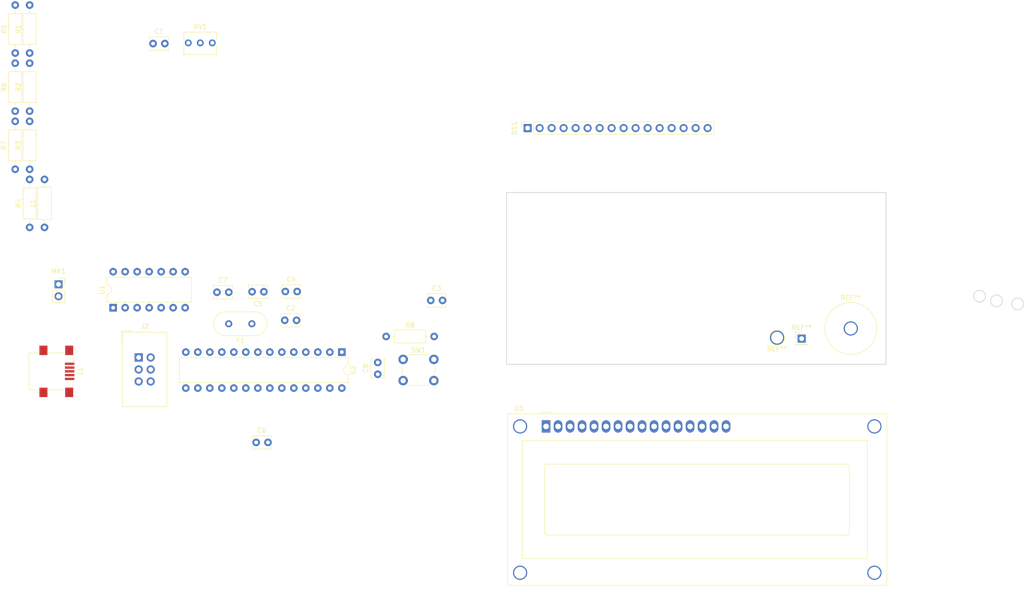
<source format=kicad_pcb>
(kicad_pcb (version 20171130) (host pcbnew "(5.0.2)-1")

  (general
    (thickness 1.6)
    (drawings 7)
    (tracks 0)
    (zones 0)
    (modules 30)
    (nets 59)
  )

  (page A4)
  (title_block
    (title "Skanas frekvences noteiksana")
    (date 2019-04-25)
    (company "Roksolana Amarova")
    (comment 1 "2. kursa studente")
    (comment 2 "Informācijas tehnoloģiju fakultātes bakalaura studiju programmas „Elektronika”")
    (comment 3 "Ventspils Augstskolas")
    (comment 4 "Darba izpildītājs:")
  )

  (layers
    (0 F.Cu signal)
    (31 B.Cu signal)
    (32 B.Adhes user)
    (33 F.Adhes user)
    (34 B.Paste user)
    (35 F.Paste user)
    (36 B.SilkS user)
    (37 F.SilkS user)
    (38 B.Mask user)
    (39 F.Mask user)
    (40 Dwgs.User user)
    (41 Cmts.User user)
    (42 Eco1.User user)
    (43 Eco2.User user)
    (44 Edge.Cuts user)
    (45 Margin user)
    (46 B.CrtYd user)
    (47 F.CrtYd user)
    (48 B.Fab user)
    (49 F.Fab user)
  )

  (setup
    (last_trace_width 0.25)
    (trace_clearance 0.2)
    (zone_clearance 0.508)
    (zone_45_only no)
    (trace_min 0.2)
    (segment_width 0.15)
    (edge_width 0.15)
    (via_size 0.8)
    (via_drill 0.4)
    (via_min_size 0.4)
    (via_min_drill 0.3)
    (uvia_size 0.3)
    (uvia_drill 0.1)
    (uvias_allowed no)
    (uvia_min_size 0.2)
    (uvia_min_drill 0.1)
    (pcb_text_width 0.3)
    (pcb_text_size 1.5 1.5)
    (mod_edge_width 0.15)
    (mod_text_size 1 1)
    (mod_text_width 0.15)
    (pad_size 3 3)
    (pad_drill 2.5)
    (pad_to_mask_clearance 0.051)
    (solder_mask_min_width 0.25)
    (aux_axis_origin 0 0)
    (visible_elements 7FFFFFFF)
    (pcbplotparams
      (layerselection 0x010fc_ffffffff)
      (usegerberextensions false)
      (usegerberattributes false)
      (usegerberadvancedattributes false)
      (creategerberjobfile false)
      (excludeedgelayer true)
      (linewidth 0.100000)
      (plotframeref false)
      (viasonmask false)
      (mode 1)
      (useauxorigin false)
      (hpglpennumber 1)
      (hpglpenspeed 20)
      (hpglpendiameter 15.000000)
      (psnegative false)
      (psa4output false)
      (plotreference true)
      (plotvalue true)
      (plotinvisibletext false)
      (padsonsilk false)
      (subtractmaskfromsilk false)
      (outputformat 1)
      (mirror false)
      (drillshape 1)
      (scaleselection 1)
      (outputdirectory ""))
  )

  (net 0 "")
  (net 1 "Net-(C1-Pad2)")
  (net 2 "Net-(C1-Pad1)")
  (net 3 Earth)
  (net 4 VCC)
  (net 5 "Net-(C3-Pad2)")
  (net 6 "Net-(C5-Pad2)")
  (net 7 "Net-(C6-Pad1)")
  (net 8 "Net-(C7-Pad2)")
  (net 9 RST)
  (net 10 "Net-(DS1-Pad3)")
  (net 11 "Net-(DS1-Pad4)")
  (net 12 "Net-(DS1-Pad6)")
  (net 13 "Net-(DS1-Pad7)")
  (net 14 "Net-(DS1-Pad8)")
  (net 15 "Net-(DS1-Pad9)")
  (net 16 "Net-(DS1-Pad10)")
  (net 17 "Net-(DS1-Pad11)")
  (net 18 "Net-(DS1-Pad12)")
  (net 19 "Net-(DS1-Pad13)")
  (net 20 "Net-(DS1-Pad14)")
  (net 21 "Net-(DS1-Pad15)")
  (net 22 "Net-(J1-Pad2)")
  (net 23 "Net-(J1-Pad3)")
  (net 24 "Net-(J1-Pad4)")
  (net 25 "Net-(J1-Pad6)")
  (net 26 "Net-(J2-Pad1)")
  (net 27 "Net-(J2-Pad3)")
  (net 28 "Net-(J2-Pad4)")
  (net 29 "Net-(R2-Pad2)")
  (net 30 "Net-(R3-Pad2)")
  (net 31 "Net-(R5-Pad2)")
  (net 32 "Net-(U2-Pad15)")
  (net 33 "Net-(U2-Pad2)")
  (net 34 "Net-(U2-Pad16)")
  (net 35 "Net-(U2-Pad3)")
  (net 36 "Net-(U2-Pad4)")
  (net 37 "Net-(U2-Pad5)")
  (net 38 "Net-(U2-Pad21)")
  (net 39 "Net-(U2-Pad26)")
  (net 40 "Net-(U2-Pad27)")
  (net 41 "Net-(U2-Pad14)")
  (net 42 "Net-(U2-Pad28)")
  (net 43 "Net-(U3-Pad14)")
  (net 44 "Net-(U3-Pad13)")
  (net 45 "Net-(U3-Pad12)")
  (net 46 "Net-(U3-Pad11)")
  (net 47 "Net-(U3-Pad10)")
  (net 48 "Net-(U3-Pad9)")
  (net 49 "Net-(U3-Pad8)")
  (net 50 "Net-(U3-Pad7)")
  (net 51 "Net-(U3-Pad6)")
  (net 52 "Net-(U3-Pad5)")
  (net 53 "Net-(U3-Pad4)")
  (net 54 "Net-(U3-Pad3)")
  (net 55 "Net-(U3-Pad2)")
  (net 56 "Net-(U3-Pad1)")
  (net 57 "Net-(U3-Pad15)")
  (net 58 "Net-(U3-Pad16)")

  (net_class Default "This is the default net class."
    (clearance 0.2)
    (trace_width 0.25)
    (via_dia 0.8)
    (via_drill 0.4)
    (uvia_dia 0.3)
    (uvia_drill 0.1)
    (add_net Earth)
    (add_net "Net-(C1-Pad1)")
    (add_net "Net-(C1-Pad2)")
    (add_net "Net-(C3-Pad2)")
    (add_net "Net-(C5-Pad2)")
    (add_net "Net-(C6-Pad1)")
    (add_net "Net-(C7-Pad2)")
    (add_net "Net-(DS1-Pad10)")
    (add_net "Net-(DS1-Pad11)")
    (add_net "Net-(DS1-Pad12)")
    (add_net "Net-(DS1-Pad13)")
    (add_net "Net-(DS1-Pad14)")
    (add_net "Net-(DS1-Pad15)")
    (add_net "Net-(DS1-Pad3)")
    (add_net "Net-(DS1-Pad4)")
    (add_net "Net-(DS1-Pad6)")
    (add_net "Net-(DS1-Pad7)")
    (add_net "Net-(DS1-Pad8)")
    (add_net "Net-(DS1-Pad9)")
    (add_net "Net-(J1-Pad2)")
    (add_net "Net-(J1-Pad3)")
    (add_net "Net-(J1-Pad4)")
    (add_net "Net-(J1-Pad6)")
    (add_net "Net-(J2-Pad1)")
    (add_net "Net-(J2-Pad3)")
    (add_net "Net-(J2-Pad4)")
    (add_net "Net-(R2-Pad2)")
    (add_net "Net-(R3-Pad2)")
    (add_net "Net-(R5-Pad2)")
    (add_net "Net-(U2-Pad14)")
    (add_net "Net-(U2-Pad15)")
    (add_net "Net-(U2-Pad16)")
    (add_net "Net-(U2-Pad2)")
    (add_net "Net-(U2-Pad21)")
    (add_net "Net-(U2-Pad26)")
    (add_net "Net-(U2-Pad27)")
    (add_net "Net-(U2-Pad28)")
    (add_net "Net-(U2-Pad3)")
    (add_net "Net-(U2-Pad4)")
    (add_net "Net-(U2-Pad5)")
    (add_net "Net-(U3-Pad1)")
    (add_net "Net-(U3-Pad10)")
    (add_net "Net-(U3-Pad11)")
    (add_net "Net-(U3-Pad12)")
    (add_net "Net-(U3-Pad13)")
    (add_net "Net-(U3-Pad14)")
    (add_net "Net-(U3-Pad15)")
    (add_net "Net-(U3-Pad16)")
    (add_net "Net-(U3-Pad2)")
    (add_net "Net-(U3-Pad3)")
    (add_net "Net-(U3-Pad4)")
    (add_net "Net-(U3-Pad5)")
    (add_net "Net-(U3-Pad6)")
    (add_net "Net-(U3-Pad7)")
    (add_net "Net-(U3-Pad8)")
    (add_net "Net-(U3-Pad9)")
    (add_net RST)
    (add_net VCC)
  )

  (module Package_DIP:DIP-14_W7.62mm (layer F.Cu) (tedit 5A02E8C5) (tstamp 5C884C4C)
    (at 54.718 90.003 90)
    (descr "14-lead though-hole mounted DIP package, row spacing 7.62 mm (300 mils)")
    (tags "THT DIP DIL PDIP 2.54mm 7.62mm 300mil")
    (path /5C76FF06)
    (fp_text reference U1 (at 3.81 -2.33 90) (layer F.SilkS)
      (effects (font (size 1 1) (thickness 0.15)))
    )
    (fp_text value LM321 (at 3.81 17.57 90) (layer F.Fab)
      (effects (font (size 1 1) (thickness 0.15)))
    )
    (fp_text user %R (at 3.81 7.62 90) (layer F.Fab)
      (effects (font (size 1 1) (thickness 0.15)))
    )
    (fp_line (start 8.7 -1.55) (end -1.1 -1.55) (layer F.CrtYd) (width 0.05))
    (fp_line (start 8.7 16.8) (end 8.7 -1.55) (layer F.CrtYd) (width 0.05))
    (fp_line (start -1.1 16.8) (end 8.7 16.8) (layer F.CrtYd) (width 0.05))
    (fp_line (start -1.1 -1.55) (end -1.1 16.8) (layer F.CrtYd) (width 0.05))
    (fp_line (start 6.46 -1.33) (end 4.81 -1.33) (layer F.SilkS) (width 0.12))
    (fp_line (start 6.46 16.57) (end 6.46 -1.33) (layer F.SilkS) (width 0.12))
    (fp_line (start 1.16 16.57) (end 6.46 16.57) (layer F.SilkS) (width 0.12))
    (fp_line (start 1.16 -1.33) (end 1.16 16.57) (layer F.SilkS) (width 0.12))
    (fp_line (start 2.81 -1.33) (end 1.16 -1.33) (layer F.SilkS) (width 0.12))
    (fp_line (start 0.635 -0.27) (end 1.635 -1.27) (layer F.Fab) (width 0.1))
    (fp_line (start 0.635 16.51) (end 0.635 -0.27) (layer F.Fab) (width 0.1))
    (fp_line (start 6.985 16.51) (end 0.635 16.51) (layer F.Fab) (width 0.1))
    (fp_line (start 6.985 -1.27) (end 6.985 16.51) (layer F.Fab) (width 0.1))
    (fp_line (start 1.635 -1.27) (end 6.985 -1.27) (layer F.Fab) (width 0.1))
    (fp_arc (start 3.81 -1.33) (end 2.81 -1.33) (angle -180) (layer F.SilkS) (width 0.12))
    (pad 14 thru_hole oval (at 7.62 0 90) (size 1.6 1.6) (drill 0.8) (layers *.Cu *.Mask))
    (pad 7 thru_hole oval (at 0 15.24 90) (size 1.6 1.6) (drill 0.8) (layers *.Cu *.Mask))
    (pad 13 thru_hole oval (at 7.62 2.54 90) (size 1.6 1.6) (drill 0.8) (layers *.Cu *.Mask))
    (pad 6 thru_hole oval (at 0 12.7 90) (size 1.6 1.6) (drill 0.8) (layers *.Cu *.Mask))
    (pad 12 thru_hole oval (at 7.62 5.08 90) (size 1.6 1.6) (drill 0.8) (layers *.Cu *.Mask))
    (pad 5 thru_hole oval (at 0 10.16 90) (size 1.6 1.6) (drill 0.8) (layers *.Cu *.Mask)
      (net 4 VCC))
    (pad 11 thru_hole oval (at 7.62 7.62 90) (size 1.6 1.6) (drill 0.8) (layers *.Cu *.Mask))
    (pad 4 thru_hole oval (at 0 7.62 90) (size 1.6 1.6) (drill 0.8) (layers *.Cu *.Mask)
      (net 31 "Net-(R5-Pad2)"))
    (pad 10 thru_hole oval (at 7.62 10.16 90) (size 1.6 1.6) (drill 0.8) (layers *.Cu *.Mask))
    (pad 3 thru_hole oval (at 0 5.08 90) (size 1.6 1.6) (drill 0.8) (layers *.Cu *.Mask)
      (net 29 "Net-(R2-Pad2)"))
    (pad 9 thru_hole oval (at 7.62 12.7 90) (size 1.6 1.6) (drill 0.8) (layers *.Cu *.Mask))
    (pad 2 thru_hole oval (at 0 2.54 90) (size 1.6 1.6) (drill 0.8) (layers *.Cu *.Mask)
      (net 3 Earth))
    (pad 8 thru_hole oval (at 7.62 15.24 90) (size 1.6 1.6) (drill 0.8) (layers *.Cu *.Mask))
    (pad 1 thru_hole rect (at 0 0 90) (size 1.6 1.6) (drill 0.8) (layers *.Cu *.Mask)
      (net 30 "Net-(R3-Pad2)"))
    (model ${KISYS3DMOD}/Package_DIP.3dshapes/DIP-14_W7.62mm.wrl
      (at (xyz 0 0 0))
      (scale (xyz 1 1 1))
      (rotate (xyz 0 0 0))
    )
  )

  (module Capacitor_THT:C_Disc_D3.8mm_W2.6mm_P2.50mm (layer F.Cu) (tedit 5AE50EF0) (tstamp 5C8849FF)
    (at 63.16096 34.0468)
    (descr "C, Disc series, Radial, pin pitch=2.50mm, , diameter*width=3.8*2.6mm^2, Capacitor, http://www.vishay.com/docs/45233/krseries.pdf")
    (tags "C Disc series Radial pin pitch 2.50mm  diameter 3.8mm width 2.6mm Capacitor")
    (path /5C8194F6)
    (fp_text reference C1 (at 1.25 -2.55) (layer F.SilkS)
      (effects (font (size 1 1) (thickness 0.15)))
    )
    (fp_text value C (at 1.25 2.55) (layer F.Fab)
      (effects (font (size 1 1) (thickness 0.15)))
    )
    (fp_text user %R (at 1.25 0) (layer F.Fab)
      (effects (font (size 0.76 0.76) (thickness 0.114)))
    )
    (fp_line (start 3.55 -1.55) (end -1.05 -1.55) (layer F.CrtYd) (width 0.05))
    (fp_line (start 3.55 1.55) (end 3.55 -1.55) (layer F.CrtYd) (width 0.05))
    (fp_line (start -1.05 1.55) (end 3.55 1.55) (layer F.CrtYd) (width 0.05))
    (fp_line (start -1.05 -1.55) (end -1.05 1.55) (layer F.CrtYd) (width 0.05))
    (fp_line (start 3.27 0.795) (end 3.27 1.42) (layer F.SilkS) (width 0.12))
    (fp_line (start 3.27 -1.42) (end 3.27 -0.795) (layer F.SilkS) (width 0.12))
    (fp_line (start -0.77 0.795) (end -0.77 1.42) (layer F.SilkS) (width 0.12))
    (fp_line (start -0.77 -1.42) (end -0.77 -0.795) (layer F.SilkS) (width 0.12))
    (fp_line (start -0.77 1.42) (end 3.27 1.42) (layer F.SilkS) (width 0.12))
    (fp_line (start -0.77 -1.42) (end 3.27 -1.42) (layer F.SilkS) (width 0.12))
    (fp_line (start 3.15 -1.3) (end -0.65 -1.3) (layer F.Fab) (width 0.1))
    (fp_line (start 3.15 1.3) (end 3.15 -1.3) (layer F.Fab) (width 0.1))
    (fp_line (start -0.65 1.3) (end 3.15 1.3) (layer F.Fab) (width 0.1))
    (fp_line (start -0.65 -1.3) (end -0.65 1.3) (layer F.Fab) (width 0.1))
    (pad 2 thru_hole circle (at 2.5 0) (size 1.6 1.6) (drill 0.8) (layers *.Cu *.Mask)
      (net 1 "Net-(C1-Pad2)"))
    (pad 1 thru_hole circle (at 0 0) (size 1.6 1.6) (drill 0.8) (layers *.Cu *.Mask)
      (net 2 "Net-(C1-Pad1)"))
    (model ${KISYS3DMOD}/Capacitor_THT.3dshapes/C_Disc_D3.8mm_W2.6mm_P2.50mm.wrl
      (at (xyz 0 0 0))
      (scale (xyz 1 1 1))
      (rotate (xyz 0 0 0))
    )
  )

  (module Capacitor_THT:C_Disc_D3.8mm_W2.6mm_P2.50mm (layer F.Cu) (tedit 5AE50EF0) (tstamp 5C884A14)
    (at 91.04 92.67)
    (descr "C, Disc series, Radial, pin pitch=2.50mm, , diameter*width=3.8*2.6mm^2, Capacitor, http://www.vishay.com/docs/45233/krseries.pdf")
    (tags "C Disc series Radial pin pitch 2.50mm  diameter 3.8mm width 2.6mm Capacitor")
    (path /5C818943)
    (fp_text reference C2 (at 1.25 -2.55) (layer F.SilkS)
      (effects (font (size 1 1) (thickness 0.15)))
    )
    (fp_text value C (at 1.25 2.55) (layer F.Fab)
      (effects (font (size 1 1) (thickness 0.15)))
    )
    (fp_text user %R (at 1.25 0) (layer F.Fab)
      (effects (font (size 0.76 0.76) (thickness 0.114)))
    )
    (fp_line (start 3.55 -1.55) (end -1.05 -1.55) (layer F.CrtYd) (width 0.05))
    (fp_line (start 3.55 1.55) (end 3.55 -1.55) (layer F.CrtYd) (width 0.05))
    (fp_line (start -1.05 1.55) (end 3.55 1.55) (layer F.CrtYd) (width 0.05))
    (fp_line (start -1.05 -1.55) (end -1.05 1.55) (layer F.CrtYd) (width 0.05))
    (fp_line (start 3.27 0.795) (end 3.27 1.42) (layer F.SilkS) (width 0.12))
    (fp_line (start 3.27 -1.42) (end 3.27 -0.795) (layer F.SilkS) (width 0.12))
    (fp_line (start -0.77 0.795) (end -0.77 1.42) (layer F.SilkS) (width 0.12))
    (fp_line (start -0.77 -1.42) (end -0.77 -0.795) (layer F.SilkS) (width 0.12))
    (fp_line (start -0.77 1.42) (end 3.27 1.42) (layer F.SilkS) (width 0.12))
    (fp_line (start -0.77 -1.42) (end 3.27 -1.42) (layer F.SilkS) (width 0.12))
    (fp_line (start 3.15 -1.3) (end -0.65 -1.3) (layer F.Fab) (width 0.1))
    (fp_line (start 3.15 1.3) (end 3.15 -1.3) (layer F.Fab) (width 0.1))
    (fp_line (start -0.65 1.3) (end 3.15 1.3) (layer F.Fab) (width 0.1))
    (fp_line (start -0.65 -1.3) (end -0.65 1.3) (layer F.Fab) (width 0.1))
    (pad 2 thru_hole circle (at 2.5 0) (size 1.6 1.6) (drill 0.8) (layers *.Cu *.Mask)
      (net 3 Earth))
    (pad 1 thru_hole circle (at 0 0) (size 1.6 1.6) (drill 0.8) (layers *.Cu *.Mask)
      (net 4 VCC))
    (model ${KISYS3DMOD}/Capacitor_THT.3dshapes/C_Disc_D3.8mm_W2.6mm_P2.50mm.wrl
      (at (xyz 0 0 0))
      (scale (xyz 1 1 1))
      (rotate (xyz 0 0 0))
    )
  )

  (module Capacitor_THT:C_Disc_D3.8mm_W2.6mm_P2.50mm (layer F.Cu) (tedit 5AE50EF0) (tstamp 5C884A29)
    (at 121.9391 88.45614)
    (descr "C, Disc series, Radial, pin pitch=2.50mm, , diameter*width=3.8*2.6mm^2, Capacitor, http://www.vishay.com/docs/45233/krseries.pdf")
    (tags "C Disc series Radial pin pitch 2.50mm  diameter 3.8mm width 2.6mm Capacitor")
    (path /5C818B2D)
    (fp_text reference C3 (at 1.25 -2.55) (layer F.SilkS)
      (effects (font (size 1 1) (thickness 0.15)))
    )
    (fp_text value C (at 1.25 2.55) (layer F.Fab)
      (effects (font (size 1 1) (thickness 0.15)))
    )
    (fp_text user %R (at 1.25 0) (layer F.Fab)
      (effects (font (size 0.76 0.76) (thickness 0.114)))
    )
    (fp_line (start 3.55 -1.55) (end -1.05 -1.55) (layer F.CrtYd) (width 0.05))
    (fp_line (start 3.55 1.55) (end 3.55 -1.55) (layer F.CrtYd) (width 0.05))
    (fp_line (start -1.05 1.55) (end 3.55 1.55) (layer F.CrtYd) (width 0.05))
    (fp_line (start -1.05 -1.55) (end -1.05 1.55) (layer F.CrtYd) (width 0.05))
    (fp_line (start 3.27 0.795) (end 3.27 1.42) (layer F.SilkS) (width 0.12))
    (fp_line (start 3.27 -1.42) (end 3.27 -0.795) (layer F.SilkS) (width 0.12))
    (fp_line (start -0.77 0.795) (end -0.77 1.42) (layer F.SilkS) (width 0.12))
    (fp_line (start -0.77 -1.42) (end -0.77 -0.795) (layer F.SilkS) (width 0.12))
    (fp_line (start -0.77 1.42) (end 3.27 1.42) (layer F.SilkS) (width 0.12))
    (fp_line (start -0.77 -1.42) (end 3.27 -1.42) (layer F.SilkS) (width 0.12))
    (fp_line (start 3.15 -1.3) (end -0.65 -1.3) (layer F.Fab) (width 0.1))
    (fp_line (start 3.15 1.3) (end 3.15 -1.3) (layer F.Fab) (width 0.1))
    (fp_line (start -0.65 1.3) (end 3.15 1.3) (layer F.Fab) (width 0.1))
    (fp_line (start -0.65 -1.3) (end -0.65 1.3) (layer F.Fab) (width 0.1))
    (pad 2 thru_hole circle (at 2.5 0) (size 1.6 1.6) (drill 0.8) (layers *.Cu *.Mask)
      (net 5 "Net-(C3-Pad2)"))
    (pad 1 thru_hole circle (at 0 0) (size 1.6 1.6) (drill 0.8) (layers *.Cu *.Mask)
      (net 3 Earth))
    (model ${KISYS3DMOD}/Capacitor_THT.3dshapes/C_Disc_D3.8mm_W2.6mm_P2.50mm.wrl
      (at (xyz 0 0 0))
      (scale (xyz 1 1 1))
      (rotate (xyz 0 0 0))
    )
  )

  (module Capacitor_THT:C_Disc_D3.8mm_W2.6mm_P2.50mm (layer F.Cu) (tedit 5AE50EF0) (tstamp 5C884A3E)
    (at 91.167 86.574)
    (descr "C, Disc series, Radial, pin pitch=2.50mm, , diameter*width=3.8*2.6mm^2, Capacitor, http://www.vishay.com/docs/45233/krseries.pdf")
    (tags "C Disc series Radial pin pitch 2.50mm  diameter 3.8mm width 2.6mm Capacitor")
    (path /5C818AC5)
    (fp_text reference C4 (at 1.25 -2.55) (layer F.SilkS)
      (effects (font (size 1 1) (thickness 0.15)))
    )
    (fp_text value C (at 1.25 2.55) (layer F.Fab)
      (effects (font (size 1 1) (thickness 0.15)))
    )
    (fp_line (start -0.65 -1.3) (end -0.65 1.3) (layer F.Fab) (width 0.1))
    (fp_line (start -0.65 1.3) (end 3.15 1.3) (layer F.Fab) (width 0.1))
    (fp_line (start 3.15 1.3) (end 3.15 -1.3) (layer F.Fab) (width 0.1))
    (fp_line (start 3.15 -1.3) (end -0.65 -1.3) (layer F.Fab) (width 0.1))
    (fp_line (start -0.77 -1.42) (end 3.27 -1.42) (layer F.SilkS) (width 0.12))
    (fp_line (start -0.77 1.42) (end 3.27 1.42) (layer F.SilkS) (width 0.12))
    (fp_line (start -0.77 -1.42) (end -0.77 -0.795) (layer F.SilkS) (width 0.12))
    (fp_line (start -0.77 0.795) (end -0.77 1.42) (layer F.SilkS) (width 0.12))
    (fp_line (start 3.27 -1.42) (end 3.27 -0.795) (layer F.SilkS) (width 0.12))
    (fp_line (start 3.27 0.795) (end 3.27 1.42) (layer F.SilkS) (width 0.12))
    (fp_line (start -1.05 -1.55) (end -1.05 1.55) (layer F.CrtYd) (width 0.05))
    (fp_line (start -1.05 1.55) (end 3.55 1.55) (layer F.CrtYd) (width 0.05))
    (fp_line (start 3.55 1.55) (end 3.55 -1.55) (layer F.CrtYd) (width 0.05))
    (fp_line (start 3.55 -1.55) (end -1.05 -1.55) (layer F.CrtYd) (width 0.05))
    (fp_text user %R (at 1.25 0) (layer F.Fab)
      (effects (font (size 0.76 0.76) (thickness 0.114)))
    )
    (pad 1 thru_hole circle (at 0 0) (size 1.6 1.6) (drill 0.8) (layers *.Cu *.Mask)
      (net 4 VCC))
    (pad 2 thru_hole circle (at 2.5 0) (size 1.6 1.6) (drill 0.8) (layers *.Cu *.Mask)
      (net 3 Earth))
    (model ${KISYS3DMOD}/Capacitor_THT.3dshapes/C_Disc_D3.8mm_W2.6mm_P2.50mm.wrl
      (at (xyz 0 0 0))
      (scale (xyz 1 1 1))
      (rotate (xyz 0 0 0))
    )
  )

  (module Capacitor_THT:C_Disc_D3.8mm_W2.6mm_P2.50mm (layer F.Cu) (tedit 5AE50EF0) (tstamp 5C884A53)
    (at 86.62802 86.62226 180)
    (descr "C, Disc series, Radial, pin pitch=2.50mm, , diameter*width=3.8*2.6mm^2, Capacitor, http://www.vishay.com/docs/45233/krseries.pdf")
    (tags "C Disc series Radial pin pitch 2.50mm  diameter 3.8mm width 2.6mm Capacitor")
    (path /5C77509A)
    (fp_text reference C5 (at 1.25 -2.55 180) (layer F.SilkS)
      (effects (font (size 1 1) (thickness 0.15)))
    )
    (fp_text value C (at 1.25 2.55 180) (layer F.Fab)
      (effects (font (size 1 1) (thickness 0.15)))
    )
    (fp_text user %R (at 1.25 0 180) (layer F.Fab)
      (effects (font (size 0.76 0.76) (thickness 0.114)))
    )
    (fp_line (start 3.55 -1.55) (end -1.05 -1.55) (layer F.CrtYd) (width 0.05))
    (fp_line (start 3.55 1.55) (end 3.55 -1.55) (layer F.CrtYd) (width 0.05))
    (fp_line (start -1.05 1.55) (end 3.55 1.55) (layer F.CrtYd) (width 0.05))
    (fp_line (start -1.05 -1.55) (end -1.05 1.55) (layer F.CrtYd) (width 0.05))
    (fp_line (start 3.27 0.795) (end 3.27 1.42) (layer F.SilkS) (width 0.12))
    (fp_line (start 3.27 -1.42) (end 3.27 -0.795) (layer F.SilkS) (width 0.12))
    (fp_line (start -0.77 0.795) (end -0.77 1.42) (layer F.SilkS) (width 0.12))
    (fp_line (start -0.77 -1.42) (end -0.77 -0.795) (layer F.SilkS) (width 0.12))
    (fp_line (start -0.77 1.42) (end 3.27 1.42) (layer F.SilkS) (width 0.12))
    (fp_line (start -0.77 -1.42) (end 3.27 -1.42) (layer F.SilkS) (width 0.12))
    (fp_line (start 3.15 -1.3) (end -0.65 -1.3) (layer F.Fab) (width 0.1))
    (fp_line (start 3.15 1.3) (end 3.15 -1.3) (layer F.Fab) (width 0.1))
    (fp_line (start -0.65 1.3) (end 3.15 1.3) (layer F.Fab) (width 0.1))
    (fp_line (start -0.65 -1.3) (end -0.65 1.3) (layer F.Fab) (width 0.1))
    (pad 2 thru_hole circle (at 2.5 0 180) (size 1.6 1.6) (drill 0.8) (layers *.Cu *.Mask)
      (net 6 "Net-(C5-Pad2)"))
    (pad 1 thru_hole circle (at 0 0 180) (size 1.6 1.6) (drill 0.8) (layers *.Cu *.Mask)
      (net 3 Earth))
    (model ${KISYS3DMOD}/Capacitor_THT.3dshapes/C_Disc_D3.8mm_W2.6mm_P2.50mm.wrl
      (at (xyz 0 0 0))
      (scale (xyz 1 1 1))
      (rotate (xyz 0 0 0))
    )
  )

  (module Capacitor_THT:C_Disc_D3.8mm_W2.6mm_P2.50mm (layer F.Cu) (tedit 5AE50EF0) (tstamp 5C884A68)
    (at 84.98718 118.5399)
    (descr "C, Disc series, Radial, pin pitch=2.50mm, , diameter*width=3.8*2.6mm^2, Capacitor, http://www.vishay.com/docs/45233/krseries.pdf")
    (tags "C Disc series Radial pin pitch 2.50mm  diameter 3.8mm width 2.6mm Capacitor")
    (path /5C818E25)
    (fp_text reference C6 (at 1.25 -2.55) (layer F.SilkS)
      (effects (font (size 1 1) (thickness 0.15)))
    )
    (fp_text value C (at 1.25 2.55) (layer F.Fab)
      (effects (font (size 1 1) (thickness 0.15)))
    )
    (fp_line (start -0.65 -1.3) (end -0.65 1.3) (layer F.Fab) (width 0.1))
    (fp_line (start -0.65 1.3) (end 3.15 1.3) (layer F.Fab) (width 0.1))
    (fp_line (start 3.15 1.3) (end 3.15 -1.3) (layer F.Fab) (width 0.1))
    (fp_line (start 3.15 -1.3) (end -0.65 -1.3) (layer F.Fab) (width 0.1))
    (fp_line (start -0.77 -1.42) (end 3.27 -1.42) (layer F.SilkS) (width 0.12))
    (fp_line (start -0.77 1.42) (end 3.27 1.42) (layer F.SilkS) (width 0.12))
    (fp_line (start -0.77 -1.42) (end -0.77 -0.795) (layer F.SilkS) (width 0.12))
    (fp_line (start -0.77 0.795) (end -0.77 1.42) (layer F.SilkS) (width 0.12))
    (fp_line (start 3.27 -1.42) (end 3.27 -0.795) (layer F.SilkS) (width 0.12))
    (fp_line (start 3.27 0.795) (end 3.27 1.42) (layer F.SilkS) (width 0.12))
    (fp_line (start -1.05 -1.55) (end -1.05 1.55) (layer F.CrtYd) (width 0.05))
    (fp_line (start -1.05 1.55) (end 3.55 1.55) (layer F.CrtYd) (width 0.05))
    (fp_line (start 3.55 1.55) (end 3.55 -1.55) (layer F.CrtYd) (width 0.05))
    (fp_line (start 3.55 -1.55) (end -1.05 -1.55) (layer F.CrtYd) (width 0.05))
    (fp_text user %R (at 1.25 0) (layer F.Fab)
      (effects (font (size 0.76 0.76) (thickness 0.114)))
    )
    (pad 1 thru_hole circle (at 0 0) (size 1.6 1.6) (drill 0.8) (layers *.Cu *.Mask)
      (net 7 "Net-(C6-Pad1)"))
    (pad 2 thru_hole circle (at 2.5 0) (size 1.6 1.6) (drill 0.8) (layers *.Cu *.Mask)
      (net 3 Earth))
    (model ${KISYS3DMOD}/Capacitor_THT.3dshapes/C_Disc_D3.8mm_W2.6mm_P2.50mm.wrl
      (at (xyz 0 0 0))
      (scale (xyz 1 1 1))
      (rotate (xyz 0 0 0))
    )
  )

  (module Capacitor_THT:C_Disc_D3.8mm_W2.6mm_P2.50mm (layer F.Cu) (tedit 5AE50EF0) (tstamp 5C884A7D)
    (at 76.69662 86.72386)
    (descr "C, Disc series, Radial, pin pitch=2.50mm, , diameter*width=3.8*2.6mm^2, Capacitor, http://www.vishay.com/docs/45233/krseries.pdf")
    (tags "C Disc series Radial pin pitch 2.50mm  diameter 3.8mm width 2.6mm Capacitor")
    (path /5C81830F)
    (fp_text reference C7 (at 1.25 -2.55) (layer F.SilkS)
      (effects (font (size 1 1) (thickness 0.15)))
    )
    (fp_text value C (at 1.25 2.55) (layer F.Fab)
      (effects (font (size 1 1) (thickness 0.15)))
    )
    (fp_line (start -0.65 -1.3) (end -0.65 1.3) (layer F.Fab) (width 0.1))
    (fp_line (start -0.65 1.3) (end 3.15 1.3) (layer F.Fab) (width 0.1))
    (fp_line (start 3.15 1.3) (end 3.15 -1.3) (layer F.Fab) (width 0.1))
    (fp_line (start 3.15 -1.3) (end -0.65 -1.3) (layer F.Fab) (width 0.1))
    (fp_line (start -0.77 -1.42) (end 3.27 -1.42) (layer F.SilkS) (width 0.12))
    (fp_line (start -0.77 1.42) (end 3.27 1.42) (layer F.SilkS) (width 0.12))
    (fp_line (start -0.77 -1.42) (end -0.77 -0.795) (layer F.SilkS) (width 0.12))
    (fp_line (start -0.77 0.795) (end -0.77 1.42) (layer F.SilkS) (width 0.12))
    (fp_line (start 3.27 -1.42) (end 3.27 -0.795) (layer F.SilkS) (width 0.12))
    (fp_line (start 3.27 0.795) (end 3.27 1.42) (layer F.SilkS) (width 0.12))
    (fp_line (start -1.05 -1.55) (end -1.05 1.55) (layer F.CrtYd) (width 0.05))
    (fp_line (start -1.05 1.55) (end 3.55 1.55) (layer F.CrtYd) (width 0.05))
    (fp_line (start 3.55 1.55) (end 3.55 -1.55) (layer F.CrtYd) (width 0.05))
    (fp_line (start 3.55 -1.55) (end -1.05 -1.55) (layer F.CrtYd) (width 0.05))
    (fp_text user %R (at 1.25 0) (layer F.Fab)
      (effects (font (size 0.76 0.76) (thickness 0.114)))
    )
    (pad 1 thru_hole circle (at 0 0) (size 1.6 1.6) (drill 0.8) (layers *.Cu *.Mask)
      (net 3 Earth))
    (pad 2 thru_hole circle (at 2.5 0) (size 1.6 1.6) (drill 0.8) (layers *.Cu *.Mask)
      (net 8 "Net-(C7-Pad2)"))
    (model ${KISYS3DMOD}/Capacitor_THT.3dshapes/C_Disc_D3.8mm_W2.6mm_P2.50mm.wrl
      (at (xyz 0 0 0))
      (scale (xyz 1 1 1))
      (rotate (xyz 0 0 0))
    )
  )

  (module Capacitor_THT:C_Disc_D3.8mm_W2.6mm_P2.50mm (layer F.Cu) (tedit 5AE50EF0) (tstamp 5C884A92)
    (at 110.725 104.1 90)
    (descr "C, Disc series, Radial, pin pitch=2.50mm, , diameter*width=3.8*2.6mm^2, Capacitor, http://www.vishay.com/docs/45233/krseries.pdf")
    (tags "C Disc series Radial pin pitch 2.50mm  diameter 3.8mm width 2.6mm Capacitor")
    (path /5C7A1A46)
    (fp_text reference C8 (at 1.25 -2.55 90) (layer F.SilkS)
      (effects (font (size 1 1) (thickness 0.15)))
    )
    (fp_text value C (at 1.25 2.55 90) (layer F.Fab)
      (effects (font (size 1 1) (thickness 0.15)))
    )
    (fp_line (start -0.65 -1.3) (end -0.65 1.3) (layer F.Fab) (width 0.1))
    (fp_line (start -0.65 1.3) (end 3.15 1.3) (layer F.Fab) (width 0.1))
    (fp_line (start 3.15 1.3) (end 3.15 -1.3) (layer F.Fab) (width 0.1))
    (fp_line (start 3.15 -1.3) (end -0.65 -1.3) (layer F.Fab) (width 0.1))
    (fp_line (start -0.77 -1.42) (end 3.27 -1.42) (layer F.SilkS) (width 0.12))
    (fp_line (start -0.77 1.42) (end 3.27 1.42) (layer F.SilkS) (width 0.12))
    (fp_line (start -0.77 -1.42) (end -0.77 -0.795) (layer F.SilkS) (width 0.12))
    (fp_line (start -0.77 0.795) (end -0.77 1.42) (layer F.SilkS) (width 0.12))
    (fp_line (start 3.27 -1.42) (end 3.27 -0.795) (layer F.SilkS) (width 0.12))
    (fp_line (start 3.27 0.795) (end 3.27 1.42) (layer F.SilkS) (width 0.12))
    (fp_line (start -1.05 -1.55) (end -1.05 1.55) (layer F.CrtYd) (width 0.05))
    (fp_line (start -1.05 1.55) (end 3.55 1.55) (layer F.CrtYd) (width 0.05))
    (fp_line (start 3.55 1.55) (end 3.55 -1.55) (layer F.CrtYd) (width 0.05))
    (fp_line (start 3.55 -1.55) (end -1.05 -1.55) (layer F.CrtYd) (width 0.05))
    (fp_text user %R (at 1.25 0 90) (layer F.Fab)
      (effects (font (size 0.76 0.76) (thickness 0.114)))
    )
    (pad 1 thru_hole circle (at 0 0 90) (size 1.6 1.6) (drill 0.8) (layers *.Cu *.Mask)
      (net 3 Earth))
    (pad 2 thru_hole circle (at 2.5 0 90) (size 1.6 1.6) (drill 0.8) (layers *.Cu *.Mask)
      (net 9 RST))
    (model ${KISYS3DMOD}/Capacitor_THT.3dshapes/C_Disc_D3.8mm_W2.6mm_P2.50mm.wrl
      (at (xyz 0 0 0))
      (scale (xyz 1 1 1))
      (rotate (xyz 0 0 0))
    )
  )

  (module Connector_USB:USB_Mini-B_Lumberg_2486_01_Horizontal (layer F.Cu) (tedit 5AC6B535) (tstamp 5C884AFA)
    (at 42.81302 103.48532 270)
    (descr "USB Mini-B 5-pin SMD connector, http://downloads.lumberg.com/datenblaetter/en/2486_01.pdf")
    (tags "USB USB_B USB_Mini connector")
    (path /5C76F8DE)
    (attr smd)
    (fp_text reference J1 (at 0 -5 270) (layer F.SilkS)
      (effects (font (size 1 1) (thickness 0.15)))
    )
    (fp_text value USB_B_Mini (at 0 7.5 270) (layer F.Fab)
      (effects (font (size 1 1) (thickness 0.15)))
    )
    (fp_line (start 2.35 -4.2) (end -2.35 -4.2) (layer F.CrtYd) (width 0.05))
    (fp_line (start 2.35 -3.95) (end 2.35 -4.2) (layer F.CrtYd) (width 0.05))
    (fp_line (start 4.35 1.5) (end 5.95 1.5) (layer F.CrtYd) (width 0.05))
    (fp_line (start 4.35 4.2) (end 5.95 4.2) (layer F.CrtYd) (width 0.05))
    (fp_line (start 4.35 6.35) (end 4.35 4.2) (layer F.CrtYd) (width 0.05))
    (fp_line (start 3.91 5.91) (end -3.91 5.91) (layer F.SilkS) (width 0.12))
    (fp_line (start -1.6 -2.85) (end -1.25 -3.35) (layer F.Fab) (width 0.1))
    (fp_line (start -2.11 -3.41) (end -2.11 -3.84) (layer F.SilkS) (width 0.12))
    (fp_text user %R (at 0 1.6 90) (layer F.Fab)
      (effects (font (size 1 1) (thickness 0.15)))
    )
    (fp_line (start 3.91 5.91) (end 3.91 3.96) (layer F.SilkS) (width 0.12))
    (fp_line (start 3.91 1.74) (end 3.91 -1.49) (layer F.SilkS) (width 0.12))
    (fp_line (start 2.11 -3.41) (end 3.19 -3.41) (layer F.SilkS) (width 0.12))
    (fp_line (start -3.19 -3.41) (end -2.11 -3.41) (layer F.SilkS) (width 0.12))
    (fp_line (start -3.91 1.74) (end -3.91 -1.49) (layer F.SilkS) (width 0.12))
    (fp_line (start -3.91 5.91) (end -3.91 3.96) (layer F.SilkS) (width 0.12))
    (fp_line (start 3.85 5.85) (end 3.85 -3.35) (layer F.Fab) (width 0.1))
    (fp_line (start -3.85 5.85) (end 3.85 5.85) (layer F.Fab) (width 0.1))
    (fp_line (start -3.85 -3.35) (end -3.85 5.85) (layer F.Fab) (width 0.1))
    (fp_line (start -3.85 -3.35) (end 3.85 -3.35) (layer F.Fab) (width 0.1))
    (fp_line (start -4.35 6.35) (end 4.35 6.35) (layer F.CrtYd) (width 0.05))
    (fp_line (start 5.95 -3.95) (end 2.35 -3.95) (layer F.CrtYd) (width 0.05))
    (fp_line (start 5.95 1.5) (end 5.95 4.2) (layer F.CrtYd) (width 0.05))
    (fp_line (start -1.95 -3.35) (end -1.6 -2.85) (layer F.Fab) (width 0.1))
    (fp_line (start 4.35 -1.25) (end 4.35 1.5) (layer F.CrtYd) (width 0.05))
    (fp_line (start 4.35 -1.25) (end 5.95 -1.25) (layer F.CrtYd) (width 0.05))
    (fp_line (start 5.95 -3.95) (end 5.95 -1.25) (layer F.CrtYd) (width 0.05))
    (fp_line (start -2.35 -3.95) (end -2.35 -4.2) (layer F.CrtYd) (width 0.05))
    (fp_line (start -5.95 -3.95) (end -2.35 -3.95) (layer F.CrtYd) (width 0.05))
    (fp_line (start -5.95 -3.95) (end -5.95 -1.25) (layer F.CrtYd) (width 0.05))
    (fp_line (start -4.35 -1.25) (end -5.95 -1.25) (layer F.CrtYd) (width 0.05))
    (fp_line (start -4.35 -1.25) (end -4.35 1.5) (layer F.CrtYd) (width 0.05))
    (fp_line (start -4.35 1.5) (end -5.95 1.5) (layer F.CrtYd) (width 0.05))
    (fp_line (start -5.95 1.5) (end -5.95 4.2) (layer F.CrtYd) (width 0.05))
    (fp_line (start -4.35 4.2) (end -5.95 4.2) (layer F.CrtYd) (width 0.05))
    (fp_line (start -4.35 6.35) (end -4.35 4.2) (layer F.CrtYd) (width 0.05))
    (pad 1 smd rect (at -1.6 -2.7 270) (size 0.5 2) (layers F.Cu F.Paste F.Mask)
      (net 4 VCC))
    (pad 2 smd rect (at -0.8 -2.7 270) (size 0.5 2) (layers F.Cu F.Paste F.Mask)
      (net 22 "Net-(J1-Pad2)"))
    (pad 3 smd rect (at 0 -2.7 270) (size 0.5 2) (layers F.Cu F.Paste F.Mask)
      (net 23 "Net-(J1-Pad3)"))
    (pad 4 smd rect (at 0.8 -2.7 270) (size 0.5 2) (layers F.Cu F.Paste F.Mask)
      (net 24 "Net-(J1-Pad4)"))
    (pad 5 smd rect (at 1.6 -2.7 270) (size 0.5 2) (layers F.Cu F.Paste F.Mask)
      (net 3 Earth))
    (pad 6 smd rect (at -4.45 -2.6 270) (size 2 1.7) (layers F.Cu F.Paste F.Mask)
      (net 25 "Net-(J1-Pad6)"))
    (pad 6 smd rect (at -4.45 2.85 270) (size 2 1.7) (layers F.Cu F.Paste F.Mask)
      (net 25 "Net-(J1-Pad6)"))
    (pad 6 smd rect (at 4.45 -2.6 270) (size 2 1.7) (layers F.Cu F.Paste F.Mask)
      (net 25 "Net-(J1-Pad6)"))
    (pad 6 smd rect (at 4.45 2.85 270) (size 2 1.7) (layers F.Cu F.Paste F.Mask)
      (net 25 "Net-(J1-Pad6)"))
    (pad "" np_thru_hole circle (at -2.2 0 270) (size 1 1) (drill 1) (layers *.Cu *.Mask))
    (pad "" np_thru_hole circle (at 2.2 0 270) (size 1 1) (drill 1) (layers *.Cu *.Mask))
    (model ${KISYS3DMOD}/Connector_USB.3dshapes/USB_Mini-B_Lumberg_2486_01_Horizontal.wrl
      (at (xyz 0 0 0))
      (scale (xyz 1 1 1))
      (rotate (xyz 0 0 0))
    )
  )

  (module Connector_IDC:IDC-Header_2x03_P2.54mm_Vertical (layer F.Cu) (tedit 59DE0819) (tstamp 5C884B1E)
    (at 60.12312 100.54654)
    (descr "Through hole straight IDC box header, 2x03, 2.54mm pitch, double rows")
    (tags "Through hole IDC box header THT 2x03 2.54mm double row")
    (path /5C76F77D)
    (fp_text reference J2 (at 1.27 -6.604) (layer F.SilkS)
      (effects (font (size 1 1) (thickness 0.15)))
    )
    (fp_text value AVR-ISP-6 (at 1.27 11.684) (layer F.Fab)
      (effects (font (size 1 1) (thickness 0.15)))
    )
    (fp_text user %R (at 1.27 2.54) (layer F.Fab)
      (effects (font (size 1 1) (thickness 0.15)))
    )
    (fp_line (start 5.695 -5.1) (end 5.695 10.18) (layer F.Fab) (width 0.1))
    (fp_line (start 5.145 -4.56) (end 5.145 9.62) (layer F.Fab) (width 0.1))
    (fp_line (start -3.155 -5.1) (end -3.155 10.18) (layer F.Fab) (width 0.1))
    (fp_line (start -2.605 -4.56) (end -2.605 0.29) (layer F.Fab) (width 0.1))
    (fp_line (start -2.605 4.79) (end -2.605 9.62) (layer F.Fab) (width 0.1))
    (fp_line (start -2.605 0.29) (end -3.155 0.29) (layer F.Fab) (width 0.1))
    (fp_line (start -2.605 4.79) (end -3.155 4.79) (layer F.Fab) (width 0.1))
    (fp_line (start 5.695 -5.1) (end -3.155 -5.1) (layer F.Fab) (width 0.1))
    (fp_line (start 5.145 -4.56) (end -2.605 -4.56) (layer F.Fab) (width 0.1))
    (fp_line (start 5.695 10.18) (end -3.155 10.18) (layer F.Fab) (width 0.1))
    (fp_line (start 5.145 9.62) (end -2.605 9.62) (layer F.Fab) (width 0.1))
    (fp_line (start 5.695 -5.1) (end 5.145 -4.56) (layer F.Fab) (width 0.1))
    (fp_line (start 5.695 10.18) (end 5.145 9.62) (layer F.Fab) (width 0.1))
    (fp_line (start -3.155 -5.1) (end -2.605 -4.56) (layer F.Fab) (width 0.1))
    (fp_line (start -3.155 10.18) (end -2.605 9.62) (layer F.Fab) (width 0.1))
    (fp_line (start 5.95 -5.35) (end 5.95 10.43) (layer F.CrtYd) (width 0.05))
    (fp_line (start 5.95 10.43) (end -3.41 10.43) (layer F.CrtYd) (width 0.05))
    (fp_line (start -3.41 10.43) (end -3.41 -5.35) (layer F.CrtYd) (width 0.05))
    (fp_line (start -3.41 -5.35) (end 5.95 -5.35) (layer F.CrtYd) (width 0.05))
    (fp_line (start 5.945 -5.35) (end 5.945 10.43) (layer F.SilkS) (width 0.12))
    (fp_line (start 5.945 10.43) (end -3.405 10.43) (layer F.SilkS) (width 0.12))
    (fp_line (start -3.405 10.43) (end -3.405 -5.35) (layer F.SilkS) (width 0.12))
    (fp_line (start -3.405 -5.35) (end 5.945 -5.35) (layer F.SilkS) (width 0.12))
    (fp_line (start -3.655 -5.6) (end -3.655 -3.06) (layer F.SilkS) (width 0.12))
    (fp_line (start -3.655 -5.6) (end -1.115 -5.6) (layer F.SilkS) (width 0.12))
    (pad 1 thru_hole rect (at 0 0) (size 1.7272 1.7272) (drill 1.016) (layers *.Cu *.Mask)
      (net 26 "Net-(J2-Pad1)"))
    (pad 2 thru_hole oval (at 2.54 0) (size 1.7272 1.7272) (drill 1.016) (layers *.Cu *.Mask)
      (net 4 VCC))
    (pad 3 thru_hole oval (at 0 2.54) (size 1.7272 1.7272) (drill 1.016) (layers *.Cu *.Mask)
      (net 27 "Net-(J2-Pad3)"))
    (pad 4 thru_hole oval (at 2.54 2.54) (size 1.7272 1.7272) (drill 1.016) (layers *.Cu *.Mask)
      (net 28 "Net-(J2-Pad4)"))
    (pad 5 thru_hole oval (at 0 5.08) (size 1.7272 1.7272) (drill 1.016) (layers *.Cu *.Mask)
      (net 9 RST))
    (pad 6 thru_hole oval (at 2.54 5.08) (size 1.7272 1.7272) (drill 1.016) (layers *.Cu *.Mask)
      (net 3 Earth))
    (model ${KISYS3DMOD}/Connector_IDC.3dshapes/IDC-Header_2x03_P2.54mm_Vertical.wrl
      (at (xyz 0 0 0))
      (scale (xyz 1 1 1))
      (rotate (xyz 0 0 0))
    )
  )

  (module Inductor_THT:L_Axial_L6.6mm_D2.7mm_P10.16mm_Horizontal_Vishay_IM-2 (layer F.Cu) (tedit 5AE59B05) (tstamp 5C884B35)
    (at 40.189667 72.985927 90)
    (descr "Inductor, Axial series, Axial, Horizontal, pin pitch=10.16mm, , length*diameter=6.6*2.7mm^2, Vishay, IM-2, http://www.vishay.com/docs/34030/im.pdf")
    (tags "Inductor Axial series Axial Horizontal pin pitch 10.16mm  length 6.6mm diameter 2.7mm Vishay IM-2")
    (path /5C77E704)
    (fp_text reference L1 (at 5.08 -2.47 90) (layer F.SilkS)
      (effects (font (size 1 1) (thickness 0.15)))
    )
    (fp_text value INDUCTOR (at 5.08 2.47 90) (layer F.Fab)
      (effects (font (size 1 1) (thickness 0.15)))
    )
    (fp_line (start 1.78 -1.35) (end 1.78 1.35) (layer F.Fab) (width 0.1))
    (fp_line (start 1.78 1.35) (end 8.38 1.35) (layer F.Fab) (width 0.1))
    (fp_line (start 8.38 1.35) (end 8.38 -1.35) (layer F.Fab) (width 0.1))
    (fp_line (start 8.38 -1.35) (end 1.78 -1.35) (layer F.Fab) (width 0.1))
    (fp_line (start 0 0) (end 1.78 0) (layer F.Fab) (width 0.1))
    (fp_line (start 10.16 0) (end 8.38 0) (layer F.Fab) (width 0.1))
    (fp_line (start 1.66 -1.47) (end 1.66 1.47) (layer F.SilkS) (width 0.12))
    (fp_line (start 1.66 1.47) (end 8.5 1.47) (layer F.SilkS) (width 0.12))
    (fp_line (start 8.5 1.47) (end 8.5 -1.47) (layer F.SilkS) (width 0.12))
    (fp_line (start 8.5 -1.47) (end 1.66 -1.47) (layer F.SilkS) (width 0.12))
    (fp_line (start 1.04 0) (end 1.66 0) (layer F.SilkS) (width 0.12))
    (fp_line (start 9.12 0) (end 8.5 0) (layer F.SilkS) (width 0.12))
    (fp_line (start -1.05 -1.6) (end -1.05 1.6) (layer F.CrtYd) (width 0.05))
    (fp_line (start -1.05 1.6) (end 11.21 1.6) (layer F.CrtYd) (width 0.05))
    (fp_line (start 11.21 1.6) (end 11.21 -1.6) (layer F.CrtYd) (width 0.05))
    (fp_line (start 11.21 -1.6) (end -1.05 -1.6) (layer F.CrtYd) (width 0.05))
    (fp_text user %R (at 5.08 0 90) (layer F.Fab)
      (effects (font (size 1 1) (thickness 0.15)))
    )
    (pad 1 thru_hole circle (at 0 0 90) (size 1.6 1.6) (drill 0.8) (layers *.Cu *.Mask)
      (net 4 VCC))
    (pad 2 thru_hole oval (at 10.16 0 90) (size 1.6 1.6) (drill 0.8) (layers *.Cu *.Mask)
      (net 5 "Net-(C3-Pad2)"))
    (model ${KISYS3DMOD}/Inductor_THT.3dshapes/L_Axial_L6.6mm_D2.7mm_P10.16mm_Horizontal_Vishay_IM-2.wrl
      (at (xyz 0 0 0))
      (scale (xyz 1 1 1))
      (rotate (xyz 0 0 0))
    )
  )

  (module Connector_PinSocket_2.54mm:PinSocket_1x02_P2.54mm_Vertical (layer F.Cu) (tedit 5A19A420) (tstamp 5C884B4B)
    (at 43.161 85.05)
    (descr "Through hole straight socket strip, 1x02, 2.54mm pitch, single row (from Kicad 4.0.7), script generated")
    (tags "Through hole socket strip THT 1x02 2.54mm single row")
    (path /5C772DDC)
    (fp_text reference MK1 (at 0 -2.77) (layer F.SilkS)
      (effects (font (size 1 1) (thickness 0.15)))
    )
    (fp_text value Microphone (at 0 5.31) (layer F.Fab)
      (effects (font (size 1 1) (thickness 0.15)))
    )
    (fp_line (start -1.27 -1.27) (end 0.635 -1.27) (layer F.Fab) (width 0.1))
    (fp_line (start 0.635 -1.27) (end 1.27 -0.635) (layer F.Fab) (width 0.1))
    (fp_line (start 1.27 -0.635) (end 1.27 3.81) (layer F.Fab) (width 0.1))
    (fp_line (start 1.27 3.81) (end -1.27 3.81) (layer F.Fab) (width 0.1))
    (fp_line (start -1.27 3.81) (end -1.27 -1.27) (layer F.Fab) (width 0.1))
    (fp_line (start -1.33 1.27) (end 1.33 1.27) (layer F.SilkS) (width 0.12))
    (fp_line (start -1.33 1.27) (end -1.33 3.87) (layer F.SilkS) (width 0.12))
    (fp_line (start -1.33 3.87) (end 1.33 3.87) (layer F.SilkS) (width 0.12))
    (fp_line (start 1.33 1.27) (end 1.33 3.87) (layer F.SilkS) (width 0.12))
    (fp_line (start 1.33 -1.33) (end 1.33 0) (layer F.SilkS) (width 0.12))
    (fp_line (start 0 -1.33) (end 1.33 -1.33) (layer F.SilkS) (width 0.12))
    (fp_line (start -1.8 -1.8) (end 1.75 -1.8) (layer F.CrtYd) (width 0.05))
    (fp_line (start 1.75 -1.8) (end 1.75 4.3) (layer F.CrtYd) (width 0.05))
    (fp_line (start 1.75 4.3) (end -1.8 4.3) (layer F.CrtYd) (width 0.05))
    (fp_line (start -1.8 4.3) (end -1.8 -1.8) (layer F.CrtYd) (width 0.05))
    (fp_text user %R (at 0 1.27 90) (layer F.Fab)
      (effects (font (size 1 1) (thickness 0.15)))
    )
    (pad 1 thru_hole rect (at 0 0) (size 1.7 1.7) (drill 1) (layers *.Cu *.Mask)
      (net 3 Earth))
    (pad 2 thru_hole oval (at 0 2.54) (size 1.7 1.7) (drill 1) (layers *.Cu *.Mask)
      (net 1 "Net-(C1-Pad2)"))
    (model ${KISYS3DMOD}/Connector_PinSocket_2.54mm.3dshapes/PinSocket_1x02_P2.54mm_Vertical.wrl
      (at (xyz 0 0 0))
      (scale (xyz 1 1 1))
      (rotate (xyz 0 0 0))
    )
  )

  (module Resistor_THT:R_Axial_DIN0207_L6.3mm_D2.5mm_P10.16mm_Horizontal (layer F.Cu) (tedit 5AE5139B) (tstamp 5C884B62)
    (at 37.039667 36.055927 90)
    (descr "Resistor, Axial_DIN0207 series, Axial, Horizontal, pin pitch=10.16mm, 0.25W = 1/4W, length*diameter=6.3*2.5mm^2, http://cdn-reichelt.de/documents/datenblatt/B400/1_4W%23YAG.pdf")
    (tags "Resistor Axial_DIN0207 series Axial Horizontal pin pitch 10.16mm 0.25W = 1/4W length 6.3mm diameter 2.5mm")
    (path /5C772F4F)
    (fp_text reference R1 (at 5.08 -2.37 90) (layer F.SilkS)
      (effects (font (size 1 1) (thickness 0.15)))
    )
    (fp_text value R (at 5.08 2.37 90) (layer F.Fab)
      (effects (font (size 1 1) (thickness 0.15)))
    )
    (fp_text user %R (at 5.08 0 90) (layer F.Fab)
      (effects (font (size 1 1) (thickness 0.15)))
    )
    (fp_line (start 11.21 -1.5) (end -1.05 -1.5) (layer F.CrtYd) (width 0.05))
    (fp_line (start 11.21 1.5) (end 11.21 -1.5) (layer F.CrtYd) (width 0.05))
    (fp_line (start -1.05 1.5) (end 11.21 1.5) (layer F.CrtYd) (width 0.05))
    (fp_line (start -1.05 -1.5) (end -1.05 1.5) (layer F.CrtYd) (width 0.05))
    (fp_line (start 9.12 0) (end 8.35 0) (layer F.SilkS) (width 0.12))
    (fp_line (start 1.04 0) (end 1.81 0) (layer F.SilkS) (width 0.12))
    (fp_line (start 8.35 -1.37) (end 1.81 -1.37) (layer F.SilkS) (width 0.12))
    (fp_line (start 8.35 1.37) (end 8.35 -1.37) (layer F.SilkS) (width 0.12))
    (fp_line (start 1.81 1.37) (end 8.35 1.37) (layer F.SilkS) (width 0.12))
    (fp_line (start 1.81 -1.37) (end 1.81 1.37) (layer F.SilkS) (width 0.12))
    (fp_line (start 10.16 0) (end 8.23 0) (layer F.Fab) (width 0.1))
    (fp_line (start 0 0) (end 1.93 0) (layer F.Fab) (width 0.1))
    (fp_line (start 8.23 -1.25) (end 1.93 -1.25) (layer F.Fab) (width 0.1))
    (fp_line (start 8.23 1.25) (end 8.23 -1.25) (layer F.Fab) (width 0.1))
    (fp_line (start 1.93 1.25) (end 8.23 1.25) (layer F.Fab) (width 0.1))
    (fp_line (start 1.93 -1.25) (end 1.93 1.25) (layer F.Fab) (width 0.1))
    (pad 2 thru_hole oval (at 10.16 0 90) (size 1.6 1.6) (drill 0.8) (layers *.Cu *.Mask)
      (net 1 "Net-(C1-Pad2)"))
    (pad 1 thru_hole circle (at 0 0 90) (size 1.6 1.6) (drill 0.8) (layers *.Cu *.Mask)
      (net 4 VCC))
    (model ${KISYS3DMOD}/Resistor_THT.3dshapes/R_Axial_DIN0207_L6.3mm_D2.5mm_P10.16mm_Horizontal.wrl
      (at (xyz 0 0 0))
      (scale (xyz 1 1 1))
      (rotate (xyz 0 0 0))
    )
  )

  (module Resistor_THT:R_Axial_DIN0207_L6.3mm_D2.5mm_P10.16mm_Horizontal (layer F.Cu) (tedit 5AE5139B) (tstamp 5C884B79)
    (at 37.039667 48.365927 90)
    (descr "Resistor, Axial_DIN0207 series, Axial, Horizontal, pin pitch=10.16mm, 0.25W = 1/4W, length*diameter=6.3*2.5mm^2, http://cdn-reichelt.de/documents/datenblatt/B400/1_4W%23YAG.pdf")
    (tags "Resistor Axial_DIN0207 series Axial Horizontal pin pitch 10.16mm 0.25W = 1/4W length 6.3mm diameter 2.5mm")
    (path /5C817560)
    (fp_text reference R2 (at 5.08 -2.37 90) (layer F.SilkS)
      (effects (font (size 1 1) (thickness 0.15)))
    )
    (fp_text value R (at 5.08 2.37 90) (layer F.Fab)
      (effects (font (size 1 1) (thickness 0.15)))
    )
    (fp_text user %R (at 5.08 0 90) (layer F.Fab)
      (effects (font (size 1 1) (thickness 0.15)))
    )
    (fp_line (start 11.21 -1.5) (end -1.05 -1.5) (layer F.CrtYd) (width 0.05))
    (fp_line (start 11.21 1.5) (end 11.21 -1.5) (layer F.CrtYd) (width 0.05))
    (fp_line (start -1.05 1.5) (end 11.21 1.5) (layer F.CrtYd) (width 0.05))
    (fp_line (start -1.05 -1.5) (end -1.05 1.5) (layer F.CrtYd) (width 0.05))
    (fp_line (start 9.12 0) (end 8.35 0) (layer F.SilkS) (width 0.12))
    (fp_line (start 1.04 0) (end 1.81 0) (layer F.SilkS) (width 0.12))
    (fp_line (start 8.35 -1.37) (end 1.81 -1.37) (layer F.SilkS) (width 0.12))
    (fp_line (start 8.35 1.37) (end 8.35 -1.37) (layer F.SilkS) (width 0.12))
    (fp_line (start 1.81 1.37) (end 8.35 1.37) (layer F.SilkS) (width 0.12))
    (fp_line (start 1.81 -1.37) (end 1.81 1.37) (layer F.SilkS) (width 0.12))
    (fp_line (start 10.16 0) (end 8.23 0) (layer F.Fab) (width 0.1))
    (fp_line (start 0 0) (end 1.93 0) (layer F.Fab) (width 0.1))
    (fp_line (start 8.23 -1.25) (end 1.93 -1.25) (layer F.Fab) (width 0.1))
    (fp_line (start 8.23 1.25) (end 8.23 -1.25) (layer F.Fab) (width 0.1))
    (fp_line (start 1.93 1.25) (end 8.23 1.25) (layer F.Fab) (width 0.1))
    (fp_line (start 1.93 -1.25) (end 1.93 1.25) (layer F.Fab) (width 0.1))
    (pad 2 thru_hole oval (at 10.16 0 90) (size 1.6 1.6) (drill 0.8) (layers *.Cu *.Mask)
      (net 29 "Net-(R2-Pad2)"))
    (pad 1 thru_hole circle (at 0 0 90) (size 1.6 1.6) (drill 0.8) (layers *.Cu *.Mask)
      (net 2 "Net-(C1-Pad1)"))
    (model ${KISYS3DMOD}/Resistor_THT.3dshapes/R_Axial_DIN0207_L6.3mm_D2.5mm_P10.16mm_Horizontal.wrl
      (at (xyz 0 0 0))
      (scale (xyz 1 1 1))
      (rotate (xyz 0 0 0))
    )
  )

  (module Resistor_THT:R_Axial_DIN0207_L6.3mm_D2.5mm_P10.16mm_Horizontal (layer F.Cu) (tedit 5AE5139B) (tstamp 5C884B90)
    (at 37.039667 60.675927 90)
    (descr "Resistor, Axial_DIN0207 series, Axial, Horizontal, pin pitch=10.16mm, 0.25W = 1/4W, length*diameter=6.3*2.5mm^2, http://cdn-reichelt.de/documents/datenblatt/B400/1_4W%23YAG.pdf")
    (tags "Resistor Axial_DIN0207 series Axial Horizontal pin pitch 10.16mm 0.25W = 1/4W length 6.3mm diameter 2.5mm")
    (path /5C8170C9)
    (fp_text reference R3 (at 5.08 -2.37 90) (layer F.SilkS)
      (effects (font (size 1 1) (thickness 0.15)))
    )
    (fp_text value R (at 5.08 2.37 90) (layer F.Fab)
      (effects (font (size 1 1) (thickness 0.15)))
    )
    (fp_text user %R (at 5.08 0 90) (layer F.Fab)
      (effects (font (size 1 1) (thickness 0.15)))
    )
    (fp_line (start 11.21 -1.5) (end -1.05 -1.5) (layer F.CrtYd) (width 0.05))
    (fp_line (start 11.21 1.5) (end 11.21 -1.5) (layer F.CrtYd) (width 0.05))
    (fp_line (start -1.05 1.5) (end 11.21 1.5) (layer F.CrtYd) (width 0.05))
    (fp_line (start -1.05 -1.5) (end -1.05 1.5) (layer F.CrtYd) (width 0.05))
    (fp_line (start 9.12 0) (end 8.35 0) (layer F.SilkS) (width 0.12))
    (fp_line (start 1.04 0) (end 1.81 0) (layer F.SilkS) (width 0.12))
    (fp_line (start 8.35 -1.37) (end 1.81 -1.37) (layer F.SilkS) (width 0.12))
    (fp_line (start 8.35 1.37) (end 8.35 -1.37) (layer F.SilkS) (width 0.12))
    (fp_line (start 1.81 1.37) (end 8.35 1.37) (layer F.SilkS) (width 0.12))
    (fp_line (start 1.81 -1.37) (end 1.81 1.37) (layer F.SilkS) (width 0.12))
    (fp_line (start 10.16 0) (end 8.23 0) (layer F.Fab) (width 0.1))
    (fp_line (start 0 0) (end 1.93 0) (layer F.Fab) (width 0.1))
    (fp_line (start 8.23 -1.25) (end 1.93 -1.25) (layer F.Fab) (width 0.1))
    (fp_line (start 8.23 1.25) (end 8.23 -1.25) (layer F.Fab) (width 0.1))
    (fp_line (start 1.93 1.25) (end 8.23 1.25) (layer F.Fab) (width 0.1))
    (fp_line (start 1.93 -1.25) (end 1.93 1.25) (layer F.Fab) (width 0.1))
    (pad 2 thru_hole oval (at 10.16 0 90) (size 1.6 1.6) (drill 0.8) (layers *.Cu *.Mask)
      (net 30 "Net-(R3-Pad2)"))
    (pad 1 thru_hole circle (at 0 0 90) (size 1.6 1.6) (drill 0.8) (layers *.Cu *.Mask)
      (net 4 VCC))
    (model ${KISYS3DMOD}/Resistor_THT.3dshapes/R_Axial_DIN0207_L6.3mm_D2.5mm_P10.16mm_Horizontal.wrl
      (at (xyz 0 0 0))
      (scale (xyz 1 1 1))
      (rotate (xyz 0 0 0))
    )
  )

  (module Resistor_THT:R_Axial_DIN0207_L6.3mm_D2.5mm_P10.16mm_Horizontal (layer F.Cu) (tedit 5AE5139B) (tstamp 5C884BA7)
    (at 37.039667 72.985927 90)
    (descr "Resistor, Axial_DIN0207 series, Axial, Horizontal, pin pitch=10.16mm, 0.25W = 1/4W, length*diameter=6.3*2.5mm^2, http://cdn-reichelt.de/documents/datenblatt/B400/1_4W%23YAG.pdf")
    (tags "Resistor Axial_DIN0207 series Axial Horizontal pin pitch 10.16mm 0.25W = 1/4W length 6.3mm diameter 2.5mm")
    (path /5C816C4B)
    (fp_text reference R4 (at 5.08 -2.37 90) (layer F.SilkS)
      (effects (font (size 1 1) (thickness 0.15)))
    )
    (fp_text value R (at 5.08 2.37 90) (layer F.Fab)
      (effects (font (size 1 1) (thickness 0.15)))
    )
    (fp_line (start 1.93 -1.25) (end 1.93 1.25) (layer F.Fab) (width 0.1))
    (fp_line (start 1.93 1.25) (end 8.23 1.25) (layer F.Fab) (width 0.1))
    (fp_line (start 8.23 1.25) (end 8.23 -1.25) (layer F.Fab) (width 0.1))
    (fp_line (start 8.23 -1.25) (end 1.93 -1.25) (layer F.Fab) (width 0.1))
    (fp_line (start 0 0) (end 1.93 0) (layer F.Fab) (width 0.1))
    (fp_line (start 10.16 0) (end 8.23 0) (layer F.Fab) (width 0.1))
    (fp_line (start 1.81 -1.37) (end 1.81 1.37) (layer F.SilkS) (width 0.12))
    (fp_line (start 1.81 1.37) (end 8.35 1.37) (layer F.SilkS) (width 0.12))
    (fp_line (start 8.35 1.37) (end 8.35 -1.37) (layer F.SilkS) (width 0.12))
    (fp_line (start 8.35 -1.37) (end 1.81 -1.37) (layer F.SilkS) (width 0.12))
    (fp_line (start 1.04 0) (end 1.81 0) (layer F.SilkS) (width 0.12))
    (fp_line (start 9.12 0) (end 8.35 0) (layer F.SilkS) (width 0.12))
    (fp_line (start -1.05 -1.5) (end -1.05 1.5) (layer F.CrtYd) (width 0.05))
    (fp_line (start -1.05 1.5) (end 11.21 1.5) (layer F.CrtYd) (width 0.05))
    (fp_line (start 11.21 1.5) (end 11.21 -1.5) (layer F.CrtYd) (width 0.05))
    (fp_line (start 11.21 -1.5) (end -1.05 -1.5) (layer F.CrtYd) (width 0.05))
    (fp_text user %R (at 5.08 0 90) (layer F.Fab)
      (effects (font (size 1 1) (thickness 0.15)))
    )
    (pad 1 thru_hole circle (at 0 0 90) (size 1.6 1.6) (drill 0.8) (layers *.Cu *.Mask)
      (net 30 "Net-(R3-Pad2)"))
    (pad 2 thru_hole oval (at 10.16 0 90) (size 1.6 1.6) (drill 0.8) (layers *.Cu *.Mask)
      (net 3 Earth))
    (model ${KISYS3DMOD}/Resistor_THT.3dshapes/R_Axial_DIN0207_L6.3mm_D2.5mm_P10.16mm_Horizontal.wrl
      (at (xyz 0 0 0))
      (scale (xyz 1 1 1))
      (rotate (xyz 0 0 0))
    )
  )

  (module Resistor_THT:R_Axial_DIN0207_L6.3mm_D2.5mm_P10.16mm_Horizontal (layer F.Cu) (tedit 5AE5139B) (tstamp 5C884BBE)
    (at 33.989667 36.055927 90)
    (descr "Resistor, Axial_DIN0207 series, Axial, Horizontal, pin pitch=10.16mm, 0.25W = 1/4W, length*diameter=6.3*2.5mm^2, http://cdn-reichelt.de/documents/datenblatt/B400/1_4W%23YAG.pdf")
    (tags "Resistor Axial_DIN0207 series Axial Horizontal pin pitch 10.16mm 0.25W = 1/4W length 6.3mm diameter 2.5mm")
    (path /5C7736E6)
    (fp_text reference R5 (at 5.08 -2.37 90) (layer F.SilkS)
      (effects (font (size 1 1) (thickness 0.15)))
    )
    (fp_text value R (at 5.08 2.37 90) (layer F.Fab)
      (effects (font (size 1 1) (thickness 0.15)))
    )
    (fp_line (start 1.93 -1.25) (end 1.93 1.25) (layer F.Fab) (width 0.1))
    (fp_line (start 1.93 1.25) (end 8.23 1.25) (layer F.Fab) (width 0.1))
    (fp_line (start 8.23 1.25) (end 8.23 -1.25) (layer F.Fab) (width 0.1))
    (fp_line (start 8.23 -1.25) (end 1.93 -1.25) (layer F.Fab) (width 0.1))
    (fp_line (start 0 0) (end 1.93 0) (layer F.Fab) (width 0.1))
    (fp_line (start 10.16 0) (end 8.23 0) (layer F.Fab) (width 0.1))
    (fp_line (start 1.81 -1.37) (end 1.81 1.37) (layer F.SilkS) (width 0.12))
    (fp_line (start 1.81 1.37) (end 8.35 1.37) (layer F.SilkS) (width 0.12))
    (fp_line (start 8.35 1.37) (end 8.35 -1.37) (layer F.SilkS) (width 0.12))
    (fp_line (start 8.35 -1.37) (end 1.81 -1.37) (layer F.SilkS) (width 0.12))
    (fp_line (start 1.04 0) (end 1.81 0) (layer F.SilkS) (width 0.12))
    (fp_line (start 9.12 0) (end 8.35 0) (layer F.SilkS) (width 0.12))
    (fp_line (start -1.05 -1.5) (end -1.05 1.5) (layer F.CrtYd) (width 0.05))
    (fp_line (start -1.05 1.5) (end 11.21 1.5) (layer F.CrtYd) (width 0.05))
    (fp_line (start 11.21 1.5) (end 11.21 -1.5) (layer F.CrtYd) (width 0.05))
    (fp_line (start 11.21 -1.5) (end -1.05 -1.5) (layer F.CrtYd) (width 0.05))
    (fp_text user %R (at 5.08 0 90) (layer F.Fab)
      (effects (font (size 1 1) (thickness 0.15)))
    )
    (pad 1 thru_hole circle (at 0 0 90) (size 1.6 1.6) (drill 0.8) (layers *.Cu *.Mask)
      (net 29 "Net-(R2-Pad2)"))
    (pad 2 thru_hole oval (at 10.16 0 90) (size 1.6 1.6) (drill 0.8) (layers *.Cu *.Mask)
      (net 31 "Net-(R5-Pad2)"))
    (model ${KISYS3DMOD}/Resistor_THT.3dshapes/R_Axial_DIN0207_L6.3mm_D2.5mm_P10.16mm_Horizontal.wrl
      (at (xyz 0 0 0))
      (scale (xyz 1 1 1))
      (rotate (xyz 0 0 0))
    )
  )

  (module Resistor_THT:R_Axial_DIN0207_L6.3mm_D2.5mm_P10.16mm_Horizontal (layer F.Cu) (tedit 5AE5139B) (tstamp 5C884BD5)
    (at 33.989667 48.365927 90)
    (descr "Resistor, Axial_DIN0207 series, Axial, Horizontal, pin pitch=10.16mm, 0.25W = 1/4W, length*diameter=6.3*2.5mm^2, http://cdn-reichelt.de/documents/datenblatt/B400/1_4W%23YAG.pdf")
    (tags "Resistor Axial_DIN0207 series Axial Horizontal pin pitch 10.16mm 0.25W = 1/4W length 6.3mm diameter 2.5mm")
    (path /5C8173E3)
    (fp_text reference R6 (at 5.08 -2.37 90) (layer F.SilkS)
      (effects (font (size 1 1) (thickness 0.15)))
    )
    (fp_text value R (at 5.08 2.37 90) (layer F.Fab)
      (effects (font (size 1 1) (thickness 0.15)))
    )
    (fp_line (start 1.93 -1.25) (end 1.93 1.25) (layer F.Fab) (width 0.1))
    (fp_line (start 1.93 1.25) (end 8.23 1.25) (layer F.Fab) (width 0.1))
    (fp_line (start 8.23 1.25) (end 8.23 -1.25) (layer F.Fab) (width 0.1))
    (fp_line (start 8.23 -1.25) (end 1.93 -1.25) (layer F.Fab) (width 0.1))
    (fp_line (start 0 0) (end 1.93 0) (layer F.Fab) (width 0.1))
    (fp_line (start 10.16 0) (end 8.23 0) (layer F.Fab) (width 0.1))
    (fp_line (start 1.81 -1.37) (end 1.81 1.37) (layer F.SilkS) (width 0.12))
    (fp_line (start 1.81 1.37) (end 8.35 1.37) (layer F.SilkS) (width 0.12))
    (fp_line (start 8.35 1.37) (end 8.35 -1.37) (layer F.SilkS) (width 0.12))
    (fp_line (start 8.35 -1.37) (end 1.81 -1.37) (layer F.SilkS) (width 0.12))
    (fp_line (start 1.04 0) (end 1.81 0) (layer F.SilkS) (width 0.12))
    (fp_line (start 9.12 0) (end 8.35 0) (layer F.SilkS) (width 0.12))
    (fp_line (start -1.05 -1.5) (end -1.05 1.5) (layer F.CrtYd) (width 0.05))
    (fp_line (start -1.05 1.5) (end 11.21 1.5) (layer F.CrtYd) (width 0.05))
    (fp_line (start 11.21 1.5) (end 11.21 -1.5) (layer F.CrtYd) (width 0.05))
    (fp_line (start 11.21 -1.5) (end -1.05 -1.5) (layer F.CrtYd) (width 0.05))
    (fp_text user %R (at 5.08 0 90) (layer F.Fab)
      (effects (font (size 1 1) (thickness 0.15)))
    )
    (pad 1 thru_hole circle (at 0 0 90) (size 1.6 1.6) (drill 0.8) (layers *.Cu *.Mask)
      (net 31 "Net-(R5-Pad2)"))
    (pad 2 thru_hole oval (at 10.16 0 90) (size 1.6 1.6) (drill 0.8) (layers *.Cu *.Mask)
      (net 7 "Net-(C6-Pad1)"))
    (model ${KISYS3DMOD}/Resistor_THT.3dshapes/R_Axial_DIN0207_L6.3mm_D2.5mm_P10.16mm_Horizontal.wrl
      (at (xyz 0 0 0))
      (scale (xyz 1 1 1))
      (rotate (xyz 0 0 0))
    )
  )

  (module Resistor_THT:R_Axial_DIN0207_L6.3mm_D2.5mm_P10.16mm_Horizontal (layer F.Cu) (tedit 5AE5139B) (tstamp 5C884BEC)
    (at 33.989667 60.675927 90)
    (descr "Resistor, Axial_DIN0207 series, Axial, Horizontal, pin pitch=10.16mm, 0.25W = 1/4W, length*diameter=6.3*2.5mm^2, http://cdn-reichelt.de/documents/datenblatt/B400/1_4W%23YAG.pdf")
    (tags "Resistor Axial_DIN0207 series Axial Horizontal pin pitch 10.16mm 0.25W = 1/4W length 6.3mm diameter 2.5mm")
    (path /5C8110F3)
    (fp_text reference R7 (at 5.08 -2.37 90) (layer F.SilkS)
      (effects (font (size 1 1) (thickness 0.15)))
    )
    (fp_text value R (at 5.08 2.37 90) (layer F.Fab)
      (effects (font (size 1 1) (thickness 0.15)))
    )
    (fp_text user %R (at 5.08 0 90) (layer F.Fab)
      (effects (font (size 1 1) (thickness 0.15)))
    )
    (fp_line (start 11.21 -1.5) (end -1.05 -1.5) (layer F.CrtYd) (width 0.05))
    (fp_line (start 11.21 1.5) (end 11.21 -1.5) (layer F.CrtYd) (width 0.05))
    (fp_line (start -1.05 1.5) (end 11.21 1.5) (layer F.CrtYd) (width 0.05))
    (fp_line (start -1.05 -1.5) (end -1.05 1.5) (layer F.CrtYd) (width 0.05))
    (fp_line (start 9.12 0) (end 8.35 0) (layer F.SilkS) (width 0.12))
    (fp_line (start 1.04 0) (end 1.81 0) (layer F.SilkS) (width 0.12))
    (fp_line (start 8.35 -1.37) (end 1.81 -1.37) (layer F.SilkS) (width 0.12))
    (fp_line (start 8.35 1.37) (end 8.35 -1.37) (layer F.SilkS) (width 0.12))
    (fp_line (start 1.81 1.37) (end 8.35 1.37) (layer F.SilkS) (width 0.12))
    (fp_line (start 1.81 -1.37) (end 1.81 1.37) (layer F.SilkS) (width 0.12))
    (fp_line (start 10.16 0) (end 8.23 0) (layer F.Fab) (width 0.1))
    (fp_line (start 0 0) (end 1.93 0) (layer F.Fab) (width 0.1))
    (fp_line (start 8.23 -1.25) (end 1.93 -1.25) (layer F.Fab) (width 0.1))
    (fp_line (start 8.23 1.25) (end 8.23 -1.25) (layer F.Fab) (width 0.1))
    (fp_line (start 1.93 1.25) (end 8.23 1.25) (layer F.Fab) (width 0.1))
    (fp_line (start 1.93 -1.25) (end 1.93 1.25) (layer F.Fab) (width 0.1))
    (pad 2 thru_hole oval (at 10.16 0 90) (size 1.6 1.6) (drill 0.8) (layers *.Cu *.Mask)
      (net 21 "Net-(DS1-Pad15)"))
    (pad 1 thru_hole circle (at 0 0 90) (size 1.6 1.6) (drill 0.8) (layers *.Cu *.Mask)
      (net 4 VCC))
    (model ${KISYS3DMOD}/Resistor_THT.3dshapes/R_Axial_DIN0207_L6.3mm_D2.5mm_P10.16mm_Horizontal.wrl
      (at (xyz 0 0 0))
      (scale (xyz 1 1 1))
      (rotate (xyz 0 0 0))
    )
  )

  (module Resistor_THT:R_Axial_DIN0207_L6.3mm_D2.5mm_P10.16mm_Horizontal (layer F.Cu) (tedit 5AE5139B) (tstamp 5C884C03)
    (at 112.503 96.099)
    (descr "Resistor, Axial_DIN0207 series, Axial, Horizontal, pin pitch=10.16mm, 0.25W = 1/4W, length*diameter=6.3*2.5mm^2, http://cdn-reichelt.de/documents/datenblatt/B400/1_4W%23YAG.pdf")
    (tags "Resistor Axial_DIN0207 series Axial Horizontal pin pitch 10.16mm 0.25W = 1/4W length 6.3mm diameter 2.5mm")
    (path /5C81794D)
    (fp_text reference R8 (at 5.08 -2.37) (layer F.SilkS)
      (effects (font (size 1 1) (thickness 0.15)))
    )
    (fp_text value R (at 5.08 2.37) (layer F.Fab)
      (effects (font (size 1 1) (thickness 0.15)))
    )
    (fp_line (start 1.93 -1.25) (end 1.93 1.25) (layer F.Fab) (width 0.1))
    (fp_line (start 1.93 1.25) (end 8.23 1.25) (layer F.Fab) (width 0.1))
    (fp_line (start 8.23 1.25) (end 8.23 -1.25) (layer F.Fab) (width 0.1))
    (fp_line (start 8.23 -1.25) (end 1.93 -1.25) (layer F.Fab) (width 0.1))
    (fp_line (start 0 0) (end 1.93 0) (layer F.Fab) (width 0.1))
    (fp_line (start 10.16 0) (end 8.23 0) (layer F.Fab) (width 0.1))
    (fp_line (start 1.81 -1.37) (end 1.81 1.37) (layer F.SilkS) (width 0.12))
    (fp_line (start 1.81 1.37) (end 8.35 1.37) (layer F.SilkS) (width 0.12))
    (fp_line (start 8.35 1.37) (end 8.35 -1.37) (layer F.SilkS) (width 0.12))
    (fp_line (start 8.35 -1.37) (end 1.81 -1.37) (layer F.SilkS) (width 0.12))
    (fp_line (start 1.04 0) (end 1.81 0) (layer F.SilkS) (width 0.12))
    (fp_line (start 9.12 0) (end 8.35 0) (layer F.SilkS) (width 0.12))
    (fp_line (start -1.05 -1.5) (end -1.05 1.5) (layer F.CrtYd) (width 0.05))
    (fp_line (start -1.05 1.5) (end 11.21 1.5) (layer F.CrtYd) (width 0.05))
    (fp_line (start 11.21 1.5) (end 11.21 -1.5) (layer F.CrtYd) (width 0.05))
    (fp_line (start 11.21 -1.5) (end -1.05 -1.5) (layer F.CrtYd) (width 0.05))
    (fp_text user %R (at 5.08 0) (layer F.Fab)
      (effects (font (size 1 1) (thickness 0.15)))
    )
    (pad 1 thru_hole circle (at 0 0) (size 1.6 1.6) (drill 0.8) (layers *.Cu *.Mask)
      (net 4 VCC))
    (pad 2 thru_hole oval (at 10.16 0) (size 1.6 1.6) (drill 0.8) (layers *.Cu *.Mask)
      (net 9 RST))
    (model ${KISYS3DMOD}/Resistor_THT.3dshapes/R_Axial_DIN0207_L6.3mm_D2.5mm_P10.16mm_Horizontal.wrl
      (at (xyz 0 0 0))
      (scale (xyz 1 1 1))
      (rotate (xyz 0 0 0))
    )
  )

  (module Button_Switch_THT:SW_PUSH_6mm (layer F.Cu) (tedit 5A02FE31) (tstamp 5C884C22)
    (at 116.1 100.95)
    (descr https://www.omron.com/ecb/products/pdf/en-b3f.pdf)
    (tags "tact sw push 6mm")
    (path /5C7A19A5)
    (fp_text reference SW1 (at 3.25 -2) (layer F.SilkS)
      (effects (font (size 1 1) (thickness 0.15)))
    )
    (fp_text value SW_Push (at 3.75 6.7) (layer F.Fab)
      (effects (font (size 1 1) (thickness 0.15)))
    )
    (fp_text user %R (at 3.25 2.25) (layer F.Fab)
      (effects (font (size 1 1) (thickness 0.15)))
    )
    (fp_line (start 3.25 -0.75) (end 6.25 -0.75) (layer F.Fab) (width 0.1))
    (fp_line (start 6.25 -0.75) (end 6.25 5.25) (layer F.Fab) (width 0.1))
    (fp_line (start 6.25 5.25) (end 0.25 5.25) (layer F.Fab) (width 0.1))
    (fp_line (start 0.25 5.25) (end 0.25 -0.75) (layer F.Fab) (width 0.1))
    (fp_line (start 0.25 -0.75) (end 3.25 -0.75) (layer F.Fab) (width 0.1))
    (fp_line (start 7.75 6) (end 8 6) (layer F.CrtYd) (width 0.05))
    (fp_line (start 8 6) (end 8 5.75) (layer F.CrtYd) (width 0.05))
    (fp_line (start 7.75 -1.5) (end 8 -1.5) (layer F.CrtYd) (width 0.05))
    (fp_line (start 8 -1.5) (end 8 -1.25) (layer F.CrtYd) (width 0.05))
    (fp_line (start -1.5 -1.25) (end -1.5 -1.5) (layer F.CrtYd) (width 0.05))
    (fp_line (start -1.5 -1.5) (end -1.25 -1.5) (layer F.CrtYd) (width 0.05))
    (fp_line (start -1.5 5.75) (end -1.5 6) (layer F.CrtYd) (width 0.05))
    (fp_line (start -1.5 6) (end -1.25 6) (layer F.CrtYd) (width 0.05))
    (fp_line (start -1.25 -1.5) (end 7.75 -1.5) (layer F.CrtYd) (width 0.05))
    (fp_line (start -1.5 5.75) (end -1.5 -1.25) (layer F.CrtYd) (width 0.05))
    (fp_line (start 7.75 6) (end -1.25 6) (layer F.CrtYd) (width 0.05))
    (fp_line (start 8 -1.25) (end 8 5.75) (layer F.CrtYd) (width 0.05))
    (fp_line (start 1 5.5) (end 5.5 5.5) (layer F.SilkS) (width 0.12))
    (fp_line (start -0.25 1.5) (end -0.25 3) (layer F.SilkS) (width 0.12))
    (fp_line (start 5.5 -1) (end 1 -1) (layer F.SilkS) (width 0.12))
    (fp_line (start 6.75 3) (end 6.75 1.5) (layer F.SilkS) (width 0.12))
    (fp_circle (center 3.25 2.25) (end 1.25 2.5) (layer F.Fab) (width 0.1))
    (pad 2 thru_hole circle (at 0 4.5 90) (size 2 2) (drill 1.1) (layers *.Cu *.Mask)
      (net 3 Earth))
    (pad 1 thru_hole circle (at 0 0 90) (size 2 2) (drill 1.1) (layers *.Cu *.Mask)
      (net 9 RST))
    (pad 2 thru_hole circle (at 6.5 4.5 90) (size 2 2) (drill 1.1) (layers *.Cu *.Mask)
      (net 3 Earth))
    (pad 1 thru_hole circle (at 6.5 0 90) (size 2 2) (drill 1.1) (layers *.Cu *.Mask)
      (net 9 RST))
    (model ${KISYS3DMOD}/Button_Switch_THT.3dshapes/SW_PUSH_6mm.wrl
      (at (xyz 0 0 0))
      (scale (xyz 1 1 1))
      (rotate (xyz 0 0 0))
    )
  )

  (module Package_DIP:DIP-28_W7.62mm (layer F.Cu) (tedit 5A02E8C5) (tstamp 5C884C7C)
    (at 103.12532 99.4137 270)
    (descr "28-lead though-hole mounted DIP package, row spacing 7.62 mm (300 mils)")
    (tags "THT DIP DIL PDIP 2.54mm 7.62mm 300mil")
    (path /5C805C8C)
    (fp_text reference U2 (at 3.81 -2.33 270) (layer F.SilkS)
      (effects (font (size 1 1) (thickness 0.15)))
    )
    (fp_text value ATmega328P-PU (at 3.81 35.35 270) (layer F.Fab)
      (effects (font (size 1 1) (thickness 0.15)))
    )
    (fp_arc (start 3.81 -1.33) (end 2.81 -1.33) (angle -180) (layer F.SilkS) (width 0.12))
    (fp_line (start 1.635 -1.27) (end 6.985 -1.27) (layer F.Fab) (width 0.1))
    (fp_line (start 6.985 -1.27) (end 6.985 34.29) (layer F.Fab) (width 0.1))
    (fp_line (start 6.985 34.29) (end 0.635 34.29) (layer F.Fab) (width 0.1))
    (fp_line (start 0.635 34.29) (end 0.635 -0.27) (layer F.Fab) (width 0.1))
    (fp_line (start 0.635 -0.27) (end 1.635 -1.27) (layer F.Fab) (width 0.1))
    (fp_line (start 2.81 -1.33) (end 1.16 -1.33) (layer F.SilkS) (width 0.12))
    (fp_line (start 1.16 -1.33) (end 1.16 34.35) (layer F.SilkS) (width 0.12))
    (fp_line (start 1.16 34.35) (end 6.46 34.35) (layer F.SilkS) (width 0.12))
    (fp_line (start 6.46 34.35) (end 6.46 -1.33) (layer F.SilkS) (width 0.12))
    (fp_line (start 6.46 -1.33) (end 4.81 -1.33) (layer F.SilkS) (width 0.12))
    (fp_line (start -1.1 -1.55) (end -1.1 34.55) (layer F.CrtYd) (width 0.05))
    (fp_line (start -1.1 34.55) (end 8.7 34.55) (layer F.CrtYd) (width 0.05))
    (fp_line (start 8.7 34.55) (end 8.7 -1.55) (layer F.CrtYd) (width 0.05))
    (fp_line (start 8.7 -1.55) (end -1.1 -1.55) (layer F.CrtYd) (width 0.05))
    (fp_text user %R (at 3.81 16.51 270) (layer F.Fab)
      (effects (font (size 1 1) (thickness 0.15)))
    )
    (pad 1 thru_hole rect (at 0 0 270) (size 1.6 1.6) (drill 0.8) (layers *.Cu *.Mask)
      (net 9 RST))
    (pad 15 thru_hole oval (at 7.62 33.02 270) (size 1.6 1.6) (drill 0.8) (layers *.Cu *.Mask)
      (net 32 "Net-(U2-Pad15)"))
    (pad 2 thru_hole oval (at 0 2.54 270) (size 1.6 1.6) (drill 0.8) (layers *.Cu *.Mask)
      (net 33 "Net-(U2-Pad2)"))
    (pad 16 thru_hole oval (at 7.62 30.48 270) (size 1.6 1.6) (drill 0.8) (layers *.Cu *.Mask)
      (net 34 "Net-(U2-Pad16)"))
    (pad 3 thru_hole oval (at 0 5.08 270) (size 1.6 1.6) (drill 0.8) (layers *.Cu *.Mask)
      (net 35 "Net-(U2-Pad3)"))
    (pad 17 thru_hole oval (at 7.62 27.94 270) (size 1.6 1.6) (drill 0.8) (layers *.Cu *.Mask)
      (net 28 "Net-(J2-Pad4)"))
    (pad 4 thru_hole oval (at 0 7.62 270) (size 1.6 1.6) (drill 0.8) (layers *.Cu *.Mask)
      (net 36 "Net-(U2-Pad4)"))
    (pad 18 thru_hole oval (at 7.62 25.4 270) (size 1.6 1.6) (drill 0.8) (layers *.Cu *.Mask)
      (net 26 "Net-(J2-Pad1)"))
    (pad 5 thru_hole oval (at 0 10.16 270) (size 1.6 1.6) (drill 0.8) (layers *.Cu *.Mask)
      (net 37 "Net-(U2-Pad5)"))
    (pad 19 thru_hole oval (at 7.62 22.86 270) (size 1.6 1.6) (drill 0.8) (layers *.Cu *.Mask)
      (net 27 "Net-(J2-Pad3)"))
    (pad 6 thru_hole oval (at 0 12.7 270) (size 1.6 1.6) (drill 0.8) (layers *.Cu *.Mask)
      (net 17 "Net-(DS1-Pad11)"))
    (pad 20 thru_hole oval (at 7.62 20.32 270) (size 1.6 1.6) (drill 0.8) (layers *.Cu *.Mask)
      (net 5 "Net-(C3-Pad2)"))
    (pad 7 thru_hole oval (at 0 15.24 270) (size 1.6 1.6) (drill 0.8) (layers *.Cu *.Mask)
      (net 4 VCC))
    (pad 21 thru_hole oval (at 7.62 17.78 270) (size 1.6 1.6) (drill 0.8) (layers *.Cu *.Mask)
      (net 38 "Net-(U2-Pad21)"))
    (pad 8 thru_hole oval (at 0 17.78 270) (size 1.6 1.6) (drill 0.8) (layers *.Cu *.Mask)
      (net 3 Earth))
    (pad 22 thru_hole oval (at 7.62 15.24 270) (size 1.6 1.6) (drill 0.8) (layers *.Cu *.Mask)
      (net 3 Earth))
    (pad 9 thru_hole oval (at 0 20.32 270) (size 1.6 1.6) (drill 0.8) (layers *.Cu *.Mask)
      (net 6 "Net-(C5-Pad2)"))
    (pad 23 thru_hole oval (at 7.62 12.7 270) (size 1.6 1.6) (drill 0.8) (layers *.Cu *.Mask)
      (net 7 "Net-(C6-Pad1)"))
    (pad 10 thru_hole oval (at 0 22.86 270) (size 1.6 1.6) (drill 0.8) (layers *.Cu *.Mask)
      (net 8 "Net-(C7-Pad2)"))
    (pad 24 thru_hole oval (at 7.62 10.16 270) (size 1.6 1.6) (drill 0.8) (layers *.Cu *.Mask)
      (net 12 "Net-(DS1-Pad6)"))
    (pad 11 thru_hole oval (at 0 25.4 270) (size 1.6 1.6) (drill 0.8) (layers *.Cu *.Mask)
      (net 18 "Net-(DS1-Pad12)"))
    (pad 25 thru_hole oval (at 7.62 7.62 270) (size 1.6 1.6) (drill 0.8) (layers *.Cu *.Mask)
      (net 11 "Net-(DS1-Pad4)"))
    (pad 12 thru_hole oval (at 0 27.94 270) (size 1.6 1.6) (drill 0.8) (layers *.Cu *.Mask)
      (net 19 "Net-(DS1-Pad13)"))
    (pad 26 thru_hole oval (at 7.62 5.08 270) (size 1.6 1.6) (drill 0.8) (layers *.Cu *.Mask)
      (net 39 "Net-(U2-Pad26)"))
    (pad 13 thru_hole oval (at 0 30.48 270) (size 1.6 1.6) (drill 0.8) (layers *.Cu *.Mask)
      (net 20 "Net-(DS1-Pad14)"))
    (pad 27 thru_hole oval (at 7.62 2.54 270) (size 1.6 1.6) (drill 0.8) (layers *.Cu *.Mask)
      (net 40 "Net-(U2-Pad27)"))
    (pad 14 thru_hole oval (at 0 33.02 270) (size 1.6 1.6) (drill 0.8) (layers *.Cu *.Mask)
      (net 41 "Net-(U2-Pad14)"))
    (pad 28 thru_hole oval (at 7.62 0 270) (size 1.6 1.6) (drill 0.8) (layers *.Cu *.Mask)
      (net 42 "Net-(U2-Pad28)"))
    (model ${KISYS3DMOD}/Package_DIP.3dshapes/DIP-28_W7.62mm.wrl
      (at (xyz 0 0 0))
      (scale (xyz 1 1 1))
      (rotate (xyz 0 0 0))
    )
  )

  (module Crystal:Crystal_HC18-U_Vertical (layer F.Cu) (tedit 5A1AD3B7) (tstamp 5C884C93)
    (at 84.07786 93.40914 180)
    (descr "Crystal THT HC-18/U, http://5hertz.com/pdfs/04404_D.pdf")
    (tags "THT crystalHC-18/U")
    (path /5C772CA1)
    (fp_text reference Y1 (at 2.45 -3.525 180) (layer F.SilkS)
      (effects (font (size 1 1) (thickness 0.15)))
    )
    (fp_text value Crystal (at 2.45 3.525 180) (layer F.Fab)
      (effects (font (size 1 1) (thickness 0.15)))
    )
    (fp_text user %R (at 2.45 0 180) (layer F.Fab)
      (effects (font (size 1 1) (thickness 0.15)))
    )
    (fp_line (start -0.675 -2.325) (end 5.575 -2.325) (layer F.Fab) (width 0.1))
    (fp_line (start -0.675 2.325) (end 5.575 2.325) (layer F.Fab) (width 0.1))
    (fp_line (start -0.55 -2) (end 5.45 -2) (layer F.Fab) (width 0.1))
    (fp_line (start -0.55 2) (end 5.45 2) (layer F.Fab) (width 0.1))
    (fp_line (start -0.675 -2.525) (end 5.575 -2.525) (layer F.SilkS) (width 0.12))
    (fp_line (start -0.675 2.525) (end 5.575 2.525) (layer F.SilkS) (width 0.12))
    (fp_line (start -3.5 -2.8) (end -3.5 2.8) (layer F.CrtYd) (width 0.05))
    (fp_line (start -3.5 2.8) (end 8.4 2.8) (layer F.CrtYd) (width 0.05))
    (fp_line (start 8.4 2.8) (end 8.4 -2.8) (layer F.CrtYd) (width 0.05))
    (fp_line (start 8.4 -2.8) (end -3.5 -2.8) (layer F.CrtYd) (width 0.05))
    (fp_arc (start -0.675 0) (end -0.675 -2.325) (angle -180) (layer F.Fab) (width 0.1))
    (fp_arc (start 5.575 0) (end 5.575 -2.325) (angle 180) (layer F.Fab) (width 0.1))
    (fp_arc (start -0.55 0) (end -0.55 -2) (angle -180) (layer F.Fab) (width 0.1))
    (fp_arc (start 5.45 0) (end 5.45 -2) (angle 180) (layer F.Fab) (width 0.1))
    (fp_arc (start -0.675 0) (end -0.675 -2.525) (angle -180) (layer F.SilkS) (width 0.12))
    (fp_arc (start 5.575 0) (end 5.575 -2.525) (angle 180) (layer F.SilkS) (width 0.12))
    (pad 1 thru_hole circle (at 0 0 180) (size 1.5 1.5) (drill 0.8) (layers *.Cu *.Mask)
      (net 6 "Net-(C5-Pad2)"))
    (pad 2 thru_hole circle (at 4.9 0 180) (size 1.5 1.5) (drill 0.8) (layers *.Cu *.Mask)
      (net 8 "Net-(C7-Pad2)"))
    (model ${KISYS3DMOD}/Crystal.3dshapes/Crystal_HC18-U_Vertical.wrl
      (at (xyz 0 0 0))
      (scale (xyz 1 1 1))
      (rotate (xyz 0 0 0))
    )
  )

  (module Potentiometer_THT:Potentiometer_Bourns_3266Y_Vertical (layer F.Cu) (tedit 5A3D4994) (tstamp 5CC52170)
    (at 75.7 33.9)
    (descr "Potentiometer, vertical, Bourns 3266Y, https://www.bourns.com/docs/Product-Datasheets/3266.pdf")
    (tags "Potentiometer vertical Bourns 3266Y")
    (path /5C7AE8FC)
    (fp_text reference RV1 (at -2.54 -3.41) (layer F.SilkS)
      (effects (font (size 1 1) (thickness 0.15)))
    )
    (fp_text value R_POT (at -2.54 3.59) (layer F.Fab)
      (effects (font (size 1 1) (thickness 0.15)))
    )
    (fp_circle (center -0.405 1.07) (end 0.485 1.07) (layer F.Fab) (width 0.1))
    (fp_line (start -5.895 -2.16) (end -5.895 2.34) (layer F.Fab) (width 0.1))
    (fp_line (start -5.895 2.34) (end 0.815 2.34) (layer F.Fab) (width 0.1))
    (fp_line (start 0.815 2.34) (end 0.815 -2.16) (layer F.Fab) (width 0.1))
    (fp_line (start 0.815 -2.16) (end -5.895 -2.16) (layer F.Fab) (width 0.1))
    (fp_line (start -0.405 1.952) (end -0.404 0.189) (layer F.Fab) (width 0.1))
    (fp_line (start -0.405 1.952) (end -0.404 0.189) (layer F.Fab) (width 0.1))
    (fp_line (start -6.015 -2.28) (end 0.935 -2.28) (layer F.SilkS) (width 0.12))
    (fp_line (start -6.015 2.46) (end 0.935 2.46) (layer F.SilkS) (width 0.12))
    (fp_line (start -6.015 -2.28) (end -6.015 -0.494) (layer F.SilkS) (width 0.12))
    (fp_line (start -6.015 0.496) (end -6.015 2.46) (layer F.SilkS) (width 0.12))
    (fp_line (start 0.935 -2.28) (end 0.935 -0.494) (layer F.SilkS) (width 0.12))
    (fp_line (start 0.935 0.496) (end 0.935 2.46) (layer F.SilkS) (width 0.12))
    (fp_line (start -6.15 -2.45) (end -6.15 2.6) (layer F.CrtYd) (width 0.05))
    (fp_line (start -6.15 2.6) (end 1.1 2.6) (layer F.CrtYd) (width 0.05))
    (fp_line (start 1.1 2.6) (end 1.1 -2.45) (layer F.CrtYd) (width 0.05))
    (fp_line (start 1.1 -2.45) (end -6.15 -2.45) (layer F.CrtYd) (width 0.05))
    (fp_text user %R (at -3.15 0.09) (layer F.Fab)
      (effects (font (size 0.92 0.92) (thickness 0.15)))
    )
    (pad 1 thru_hole circle (at 0 0) (size 1.44 1.44) (drill 0.8) (layers *.Cu *.Mask)
      (net 4 VCC))
    (pad 2 thru_hole circle (at -2.54 0) (size 1.44 1.44) (drill 0.8) (layers *.Cu *.Mask)
      (net 10 "Net-(DS1-Pad3)"))
    (pad 3 thru_hole circle (at -5.08 0) (size 1.44 1.44) (drill 0.8) (layers *.Cu *.Mask)
      (net 3 Earth))
    (model ${KISYS3DMOD}/Potentiometer_THT.3dshapes/Potentiometer_Bourns_3266Y_Vertical.wrl
      (at (xyz 0 0 0))
      (scale (xyz 1 1 1))
      (rotate (xyz 0 0 0))
    )
  )

  (module Connector_PinSocket_2.54mm:PinSocket_1x16_P2.54mm_Vertical (layer F.Cu) (tedit 5A19A41E) (tstamp 5CC52FF9)
    (at 142.45 51.95 90)
    (descr "Through hole straight socket strip, 1x16, 2.54mm pitch, single row (from Kicad 4.0.7), script generated")
    (tags "Through hole socket strip THT 1x16 2.54mm single row")
    (path /5C76FC68)
    (fp_text reference DS1 (at 0 -2.77 90) (layer F.SilkS)
      (effects (font (size 1 1) (thickness 0.15)))
    )
    (fp_text value WC1602A (at 0 40.87 90) (layer F.Fab)
      (effects (font (size 1 1) (thickness 0.15)))
    )
    (fp_line (start -1.27 -1.27) (end 0.635 -1.27) (layer F.Fab) (width 0.1))
    (fp_line (start 0.635 -1.27) (end 1.27 -0.635) (layer F.Fab) (width 0.1))
    (fp_line (start 1.27 -0.635) (end 1.27 39.37) (layer F.Fab) (width 0.1))
    (fp_line (start 1.27 39.37) (end -1.27 39.37) (layer F.Fab) (width 0.1))
    (fp_line (start -1.27 39.37) (end -1.27 -1.27) (layer F.Fab) (width 0.1))
    (fp_line (start -1.33 1.27) (end 1.33 1.27) (layer F.SilkS) (width 0.12))
    (fp_line (start -1.33 1.27) (end -1.33 39.43) (layer F.SilkS) (width 0.12))
    (fp_line (start -1.33 39.43) (end 1.33 39.43) (layer F.SilkS) (width 0.12))
    (fp_line (start 1.33 1.27) (end 1.33 39.43) (layer F.SilkS) (width 0.12))
    (fp_line (start 1.33 -1.33) (end 1.33 0) (layer F.SilkS) (width 0.12))
    (fp_line (start 0 -1.33) (end 1.33 -1.33) (layer F.SilkS) (width 0.12))
    (fp_line (start -1.8 -1.8) (end 1.75 -1.8) (layer F.CrtYd) (width 0.05))
    (fp_line (start 1.75 -1.8) (end 1.75 39.9) (layer F.CrtYd) (width 0.05))
    (fp_line (start 1.75 39.9) (end -1.8 39.9) (layer F.CrtYd) (width 0.05))
    (fp_line (start -1.8 39.9) (end -1.8 -1.8) (layer F.CrtYd) (width 0.05))
    (fp_text user %R (at 0 19.05 180) (layer F.Fab)
      (effects (font (size 1 1) (thickness 0.15)))
    )
    (pad 1 thru_hole rect (at 0 0 90) (size 1.7 1.7) (drill 1) (layers *.Cu *.Mask)
      (net 3 Earth))
    (pad 2 thru_hole oval (at 0 2.54 90) (size 1.7 1.7) (drill 1) (layers *.Cu *.Mask)
      (net 4 VCC))
    (pad 3 thru_hole oval (at 0 5.08 90) (size 1.7 1.7) (drill 1) (layers *.Cu *.Mask)
      (net 10 "Net-(DS1-Pad3)"))
    (pad 4 thru_hole oval (at 0 7.62 90) (size 1.7 1.7) (drill 1) (layers *.Cu *.Mask)
      (net 11 "Net-(DS1-Pad4)"))
    (pad 5 thru_hole oval (at 0 10.16 90) (size 1.7 1.7) (drill 1) (layers *.Cu *.Mask)
      (net 3 Earth))
    (pad 6 thru_hole oval (at 0 12.7 90) (size 1.7 1.7) (drill 1) (layers *.Cu *.Mask)
      (net 12 "Net-(DS1-Pad6)"))
    (pad 7 thru_hole oval (at 0 15.24 90) (size 1.7 1.7) (drill 1) (layers *.Cu *.Mask)
      (net 13 "Net-(DS1-Pad7)"))
    (pad 8 thru_hole oval (at 0 17.78 90) (size 1.7 1.7) (drill 1) (layers *.Cu *.Mask)
      (net 14 "Net-(DS1-Pad8)"))
    (pad 9 thru_hole oval (at 0 20.32 90) (size 1.7 1.7) (drill 1) (layers *.Cu *.Mask)
      (net 15 "Net-(DS1-Pad9)"))
    (pad 10 thru_hole oval (at 0 22.86 90) (size 1.7 1.7) (drill 1) (layers *.Cu *.Mask)
      (net 16 "Net-(DS1-Pad10)"))
    (pad 11 thru_hole oval (at 0 25.4 90) (size 1.7 1.7) (drill 1) (layers *.Cu *.Mask)
      (net 17 "Net-(DS1-Pad11)"))
    (pad 12 thru_hole oval (at 0 27.94 90) (size 1.7 1.7) (drill 1) (layers *.Cu *.Mask)
      (net 18 "Net-(DS1-Pad12)"))
    (pad 13 thru_hole oval (at 0 30.48 90) (size 1.7 1.7) (drill 1) (layers *.Cu *.Mask)
      (net 19 "Net-(DS1-Pad13)"))
    (pad 14 thru_hole oval (at 0 33.02 90) (size 1.7 1.7) (drill 1) (layers *.Cu *.Mask)
      (net 20 "Net-(DS1-Pad14)"))
    (pad 15 thru_hole oval (at 0 35.56 90) (size 1.7 1.7) (drill 1) (layers *.Cu *.Mask)
      (net 21 "Net-(DS1-Pad15)"))
    (pad 16 thru_hole oval (at 0 38.1 90) (size 1.7 1.7) (drill 1) (layers *.Cu *.Mask)
      (net 3 Earth))
    (model ${KISYS3DMOD}/Connector_PinSocket_2.54mm.3dshapes/PinSocket_1x16_P2.54mm_Vertical.wrl
      (at (xyz 0 0 0))
      (scale (xyz 1 1 1))
      (rotate (xyz 0 0 0))
    )
  )

  (module Display:WC1602A (layer F.Cu) (tedit 5CC51776) (tstamp 5CC54B54)
    (at 146.35 115.15)
    (descr "LCD 16x2 http://www.wincomlcd.com/pdf/WC1602A-SFYLYHTC06.pdf")
    (tags "LCD 16x2 Alphanumeric 16pin")
    (path /5CC590FE)
    (fp_text reference U3 (at -5.82 -3.81) (layer F.SilkS)
      (effects (font (size 1 1) (thickness 0.15)))
    )
    (fp_text value LCD-016N002L (at -4.31 34.66) (layer F.Fab)
      (effects (font (size 1 1) (thickness 0.15)))
    )
    (fp_line (start -8.14 33.64) (end 72.14 33.64) (layer F.SilkS) (width 0.12))
    (fp_line (start 72.14 33.64) (end 72.14 -2.64) (layer F.SilkS) (width 0.12))
    (fp_line (start 72.14 -2.64) (end -7.34 -2.64) (layer F.SilkS) (width 0.12))
    (fp_line (start -8.14 -2.64) (end -8.14 33.64) (layer F.SilkS) (width 0.12))
    (fp_line (start -8.13 -2.64) (end -7.34 -2.64) (layer F.SilkS) (width 0.12))
    (fp_line (start -8.25 -2.75) (end -8.25 33.75) (layer F.CrtYd) (width 0.05))
    (fp_line (start -8.25 33.75) (end 72.25 33.75) (layer F.CrtYd) (width 0.05))
    (fp_line (start 72.25 -2.75) (end 72.25 33.75) (layer F.CrtYd) (width 0.05))
    (fp_line (start -1.5 -3) (end 1.5 -3) (layer F.SilkS) (width 0.12))
    (fp_line (start -8.25 -2.75) (end 72.25 -2.75) (layer F.CrtYd) (width 0.05))
    (fp_line (start 1 -2.5) (end 0 -1.5) (layer F.Fab) (width 0.1))
    (fp_line (start 0 -1.5) (end -1 -2.5) (layer F.Fab) (width 0.1))
    (fp_line (start -1 -2.5) (end -8 -2.5) (layer F.Fab) (width 0.1))
    (fp_text user %R (at 30.37 14.74) (layer F.Fab)
      (effects (font (size 1 1) (thickness 0.1)))
    )
    (fp_line (start 0.2 8) (end 63.7 8) (layer F.SilkS) (width 0.12))
    (fp_line (start -0.29972 22.49932) (end -0.29972 8.5) (layer F.SilkS) (width 0.12))
    (fp_line (start 63.70066 23) (end 0.2 23) (layer F.SilkS) (width 0.12))
    (fp_line (start 64.2 8.5) (end 64.2 22.5) (layer F.SilkS) (width 0.12))
    (fp_arc (start 63.7 8.5) (end 63.7 8) (angle 90) (layer F.SilkS) (width 0.12))
    (fp_arc (start 63.70066 22.49932) (end 64.20104 22.49932) (angle 90) (layer F.SilkS) (width 0.12))
    (fp_arc (start 0.20066 22.49932) (end 0.20066 22.9997) (angle 90) (layer F.SilkS) (width 0.12))
    (fp_arc (start 0.20066 8.49884) (end -0.29972 8.49884) (angle 90) (layer F.SilkS) (width 0.12))
    (fp_line (start -5 3) (end 68 3) (layer F.SilkS) (width 0.12))
    (fp_line (start 68 3) (end 68 28) (layer F.SilkS) (width 0.12))
    (fp_line (start 68 28) (end -5 28) (layer F.SilkS) (width 0.12))
    (fp_line (start -5 28) (end -5 3) (layer F.SilkS) (width 0.12))
    (fp_line (start 1 -2.5) (end 72 -2.5) (layer F.Fab) (width 0.1))
    (fp_line (start 72 -2.5) (end 72 33.5) (layer F.Fab) (width 0.1))
    (fp_line (start 72 33.5) (end -8 33.5) (layer F.Fab) (width 0.1))
    (fp_line (start -8 33.5) (end -8 -2.5) (layer F.Fab) (width 0.1))
    (pad 1 thru_hole rect (at 0 0) (size 1.8 2.6) (drill 1.2) (layers *.Cu *.Mask)
      (net 56 "Net-(U3-Pad1)"))
    (pad 2 thru_hole oval (at 2.54 0) (size 1.8 2.6) (drill 1.2) (layers *.Cu *.Mask)
      (net 55 "Net-(U3-Pad2)"))
    (pad 3 thru_hole oval (at 5.08 0) (size 1.8 2.6) (drill 1.2) (layers *.Cu *.Mask)
      (net 54 "Net-(U3-Pad3)"))
    (pad 4 thru_hole oval (at 7.62 0) (size 1.8 2.6) (drill 1.2) (layers *.Cu *.Mask)
      (net 53 "Net-(U3-Pad4)"))
    (pad 5 thru_hole oval (at 10.16 0) (size 1.8 2.6) (drill 1.2) (layers *.Cu *.Mask)
      (net 52 "Net-(U3-Pad5)"))
    (pad 6 thru_hole oval (at 12.7 0) (size 1.8 2.6) (drill 1.2) (layers *.Cu *.Mask)
      (net 51 "Net-(U3-Pad6)"))
    (pad 7 thru_hole oval (at 15.24 0) (size 1.8 2.6) (drill 1.2) (layers *.Cu *.Mask)
      (net 50 "Net-(U3-Pad7)"))
    (pad 8 thru_hole oval (at 17.78 0) (size 1.8 2.6) (drill 1.2) (layers *.Cu *.Mask)
      (net 49 "Net-(U3-Pad8)"))
    (pad 9 thru_hole oval (at 20.32 0) (size 1.8 2.6) (drill 1.2) (layers *.Cu *.Mask)
      (net 48 "Net-(U3-Pad9)"))
    (pad 10 thru_hole oval (at 22.86 0) (size 1.8 2.6) (drill 1.2) (layers *.Cu *.Mask)
      (net 47 "Net-(U3-Pad10)"))
    (pad 11 thru_hole oval (at 25.4 0) (size 1.8 2.6) (drill 1.2) (layers *.Cu *.Mask)
      (net 46 "Net-(U3-Pad11)"))
    (pad 12 thru_hole oval (at 27.94 0) (size 1.8 2.6) (drill 1.2) (layers *.Cu *.Mask)
      (net 45 "Net-(U3-Pad12)"))
    (pad 13 thru_hole oval (at 30.48 0) (size 1.8 2.6) (drill 1.2) (layers *.Cu *.Mask)
      (net 44 "Net-(U3-Pad13)"))
    (pad 14 thru_hole oval (at 33.02 0) (size 1.8 2.6) (drill 1.2) (layers *.Cu *.Mask)
      (net 43 "Net-(U3-Pad14)"))
    (pad 15 thru_hole oval (at 35.56 0) (size 1.8 2.6) (drill 1.2) (layers *.Cu *.Mask)
      (net 57 "Net-(U3-Pad15)"))
    (pad 16 thru_hole oval (at 38.1 0) (size 1.8 2.6) (drill 1.2) (layers *.Cu *.Mask)
      (net 58 "Net-(U3-Pad16)"))
    (pad "" thru_hole circle (at -5.4991 0) (size 3 3) (drill 2.5) (layers *.Cu *.Mask))
    (pad "" thru_hole circle (at -5.4991 31.0007) (size 3 3) (drill 2.5) (layers *.Cu *.Mask))
    (pad "" thru_hole circle (at 69.49948 31.0007) (size 3 3) (drill 2.5) (layers *.Cu *.Mask))
    (pad "" thru_hole circle (at 69.5 0) (size 3 3) (drill 2.5) (layers *.Cu *.Mask))
    (model ${KISYS3DMOD}/Display.3dshapes/WC1602A.wrl
      (at (xyz 0 0 0))
      (scale (xyz 1 1 1))
      (rotate (xyz 0 0 0))
    )
  )

  (module Connector:Banana_Jack_1Pin (layer F.Cu) (tedit 5CC56B9F) (tstamp 5CD1FD43)
    (at 210.85 94.4)
    (descr "Single banana socket, footprint - 6mm drill")
    (tags "banana socket")
    (fp_text reference REF** (at 0 -6.5) (layer F.SilkS)
      (effects (font (size 1 1) (thickness 0.15)))
    )
    (fp_text value Banana_Jack_1Pin (at -0.25 6.5) (layer F.Fab)
      (effects (font (size 1 1) (thickness 0.15)))
    )
    (fp_circle (center 0 0) (end 5.5 0) (layer F.SilkS) (width 0.12))
    (fp_circle (center 0 0) (end 4.85 0.05) (layer F.Fab) (width 0.1))
    (fp_circle (center 0 0) (end 2 0) (layer F.Fab) (width 0.1))
    (fp_circle (center 0 0) (end 5.75 0) (layer F.CrtYd) (width 0.05))
    (fp_text user %R (at 0 0) (layer F.Fab)
      (effects (font (size 0.8 0.8) (thickness 0.12)))
    )
    (pad 1 thru_hole circle (at 0 0) (size 3 3) (drill 2.5) (layers *.Cu *.Mask))
    (model ${KISYS3DMOD}/Connector.3dshapes/Banana_Jack_1Pin.wrl
      (at (xyz 0 0 0))
      (scale (xyz 2 2 2))
      (rotate (xyz 0 0 0))
    )
  )

  (module Connector_PinHeader_2.54mm:PinHeader_1x01_P2.54mm_Vertical (layer F.Cu) (tedit 59FED5CC) (tstamp 5CD1FE4B)
    (at 200.45 96.55)
    (descr "Through hole straight pin header, 1x01, 2.54mm pitch, single row")
    (tags "Through hole pin header THT 1x01 2.54mm single row")
    (fp_text reference REF** (at 0 -2.33) (layer F.SilkS)
      (effects (font (size 1 1) (thickness 0.15)))
    )
    (fp_text value PinHeader_1x01_P2.54mm_Vertical (at 0 2.33) (layer F.Fab)
      (effects (font (size 1 1) (thickness 0.15)))
    )
    (fp_text user %R (at 0 0 90) (layer F.Fab)
      (effects (font (size 1 1) (thickness 0.15)))
    )
    (fp_line (start 1.8 -1.8) (end -1.8 -1.8) (layer F.CrtYd) (width 0.05))
    (fp_line (start 1.8 1.8) (end 1.8 -1.8) (layer F.CrtYd) (width 0.05))
    (fp_line (start -1.8 1.8) (end 1.8 1.8) (layer F.CrtYd) (width 0.05))
    (fp_line (start -1.8 -1.8) (end -1.8 1.8) (layer F.CrtYd) (width 0.05))
    (fp_line (start -1.33 -1.33) (end 0 -1.33) (layer F.SilkS) (width 0.12))
    (fp_line (start -1.33 0) (end -1.33 -1.33) (layer F.SilkS) (width 0.12))
    (fp_line (start -1.33 1.27) (end 1.33 1.27) (layer F.SilkS) (width 0.12))
    (fp_line (start 1.33 1.27) (end 1.33 1.33) (layer F.SilkS) (width 0.12))
    (fp_line (start -1.33 1.27) (end -1.33 1.33) (layer F.SilkS) (width 0.12))
    (fp_line (start -1.33 1.33) (end 1.33 1.33) (layer F.SilkS) (width 0.12))
    (fp_line (start -1.27 -0.635) (end -0.635 -1.27) (layer F.Fab) (width 0.1))
    (fp_line (start -1.27 1.27) (end -1.27 -0.635) (layer F.Fab) (width 0.1))
    (fp_line (start 1.27 1.27) (end -1.27 1.27) (layer F.Fab) (width 0.1))
    (fp_line (start 1.27 -1.27) (end 1.27 1.27) (layer F.Fab) (width 0.1))
    (fp_line (start -0.635 -1.27) (end 1.27 -1.27) (layer F.Fab) (width 0.1))
    (pad 1 thru_hole rect (at 0 0) (size 1.7 1.7) (drill 1) (layers *.Cu *.Mask))
    (model ${KISYS3DMOD}/Connector_PinHeader_2.54mm.3dshapes/PinHeader_1x01_P2.54mm_Vertical.wrl
      (at (xyz 0 0 0))
      (scale (xyz 1 1 1))
      (rotate (xyz 0 0 0))
    )
  )

  (module Connector_Pin:Pin_D1.3mm_L11.0mm (layer F.Cu) (tedit 5CC56C75) (tstamp 5CD1FEA1)
    (at 195.25 96.35)
    (descr "solder Pin_ diameter 1.3mm, hole diameter 1.3mm, length 11.0mm")
    (tags "solder Pin_ pressfit")
    (fp_text reference REF** (at 0 2.4) (layer F.SilkS)
      (effects (font (size 1 1) (thickness 0.15)))
    )
    (fp_text value Pin_D1.3mm_L11.0mm (at 0 -2.05) (layer F.Fab)
      (effects (font (size 1 1) (thickness 0.15)))
    )
    (fp_circle (center 0 0) (end 1.6 0.05) (layer F.SilkS) (width 0.12))
    (fp_circle (center 0 0) (end 1.25 -0.05) (layer F.Fab) (width 0.12))
    (fp_circle (center 0 0) (end 0.65 -0.05) (layer F.Fab) (width 0.12))
    (fp_circle (center 0 0) (end 1.8 0) (layer F.CrtYd) (width 0.05))
    (fp_text user %R (at 0 2.4) (layer F.Fab)
      (effects (font (size 1 1) (thickness 0.15)))
    )
    (pad 1 thru_hole circle (at 0 0) (size 3 3) (drill 2.5) (layers *.Cu *.Mask))
    (model ${KISYS3DMOD}/Connector_Pin.3dshapes/Pin_D1.3mm_L11.0mm.wrl
      (at (xyz 0 0 0))
      (scale (xyz 1 1 1))
      (rotate (xyz 0 0 0))
    )
  )

  (gr_circle (center 238.107251 87.55) (end 239.357251 87.55) (layer Edge.Cuts) (width 0.15))
  (gr_circle (center 241.688609 88.55) (end 242.938609 88.55) (layer Edge.Cuts) (width 0.15))
  (gr_circle (center 246.188609 89.2) (end 247.438609 89.2) (layer Edge.Cuts) (width 0.15))
  (gr_line (start 218.3 65.6) (end 138 65.6) (layer Edge.Cuts) (width 0.15))
  (gr_line (start 218.3 102) (end 218.3 65.6) (layer Edge.Cuts) (width 0.15))
  (gr_line (start 138 102) (end 218.3 102) (layer Edge.Cuts) (width 0.15))
  (gr_line (start 138 65.6) (end 138 102) (layer Edge.Cuts) (width 0.15))

)

</source>
